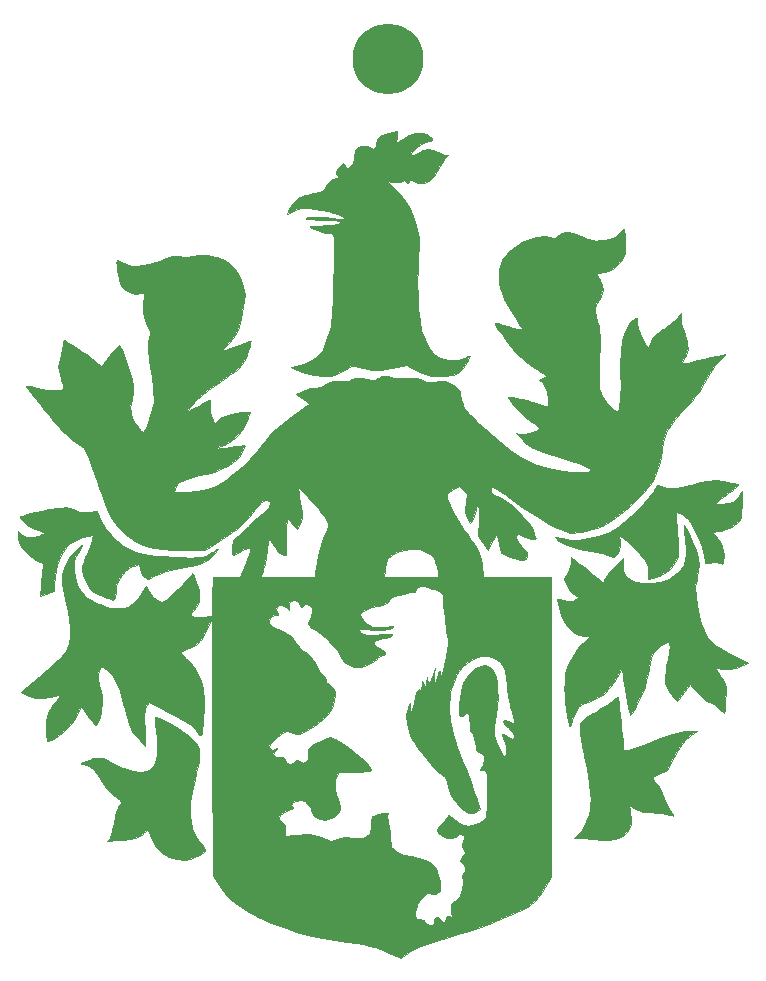
<source format=gtl>
G04 #@! TF.GenerationSoftware,KiCad,Pcbnew,(5.0.1)-3*
G04 #@! TF.CreationDate,2019-01-31T21:21:51-08:00*
G04 #@! TF.ProjectId,ruddock_crest,727564646F636B5F63726573742E6B69,A*
G04 #@! TF.SameCoordinates,Original*
G04 #@! TF.FileFunction,Copper,L1,Top,Signal*
G04 #@! TF.FilePolarity,Positive*
%FSLAX46Y46*%
G04 Gerber Fmt 4.6, Leading zero omitted, Abs format (unit mm)*
G04 Created by KiCad (PCBNEW (5.0.1)-3) date 1/31/2019 9:21:51 PM*
%MOMM*%
%LPD*%
G01*
G04 APERTURE LIST*
G04 #@! TA.AperFunction,EtchedComponent*
%ADD10C,0.010000*%
G04 #@! TD*
G04 #@! TA.AperFunction,ComponentPad*
%ADD11C,6.000000*%
G04 #@! TD*
G04 APERTURE END LIST*
D10*
G04 #@! TO.C,G\002A\002A\002A*
G36*
X143023862Y-66078795D02*
X143033209Y-66198025D01*
X143001625Y-66445014D01*
X142973275Y-66591625D01*
X142928107Y-66895603D01*
X142967201Y-67037309D01*
X143105366Y-67019927D01*
X143357407Y-66846643D01*
X143522342Y-66709747D01*
X144023466Y-66382728D01*
X144558293Y-66209788D01*
X145084760Y-66195551D01*
X145560801Y-66344643D01*
X145746083Y-66465247D01*
X145950177Y-66657380D01*
X145970223Y-66785975D01*
X145804660Y-66876873D01*
X145719800Y-66900347D01*
X145412942Y-67012178D01*
X145053162Y-67193573D01*
X144700929Y-67407802D01*
X144416710Y-67618131D01*
X144261988Y-67785907D01*
X144191858Y-68009944D01*
X144267617Y-68114677D01*
X144466333Y-68093892D01*
X144765075Y-67941376D01*
X144785798Y-67927822D01*
X145242635Y-67678744D01*
X145648643Y-67594020D01*
X146065795Y-67668987D01*
X146384910Y-67807515D01*
X146713192Y-67954458D01*
X147001208Y-68050490D01*
X147132580Y-68072000D01*
X147358315Y-68072000D01*
X147150304Y-68265791D01*
X147006048Y-68443210D01*
X146804973Y-68744992D01*
X146583727Y-69115073D01*
X146516374Y-69235630D01*
X146119772Y-69841758D01*
X145705566Y-70245991D01*
X145272609Y-70448968D01*
X144819752Y-70451325D01*
X144517177Y-70347003D01*
X144272106Y-70240980D01*
X144137004Y-70228610D01*
X144042350Y-70308293D01*
X144021813Y-70335603D01*
X143914809Y-70446339D01*
X143806987Y-70404422D01*
X143731323Y-70332580D01*
X143565491Y-70225642D01*
X143450128Y-70275631D01*
X143274126Y-70336002D01*
X142937312Y-70348859D01*
X142712802Y-70335896D01*
X142087600Y-70284038D01*
X142432274Y-70545735D01*
X143025171Y-71095117D01*
X143582032Y-71797574D01*
X144072513Y-72603062D01*
X144466269Y-73461534D01*
X144732957Y-74322947D01*
X144739138Y-74350381D01*
X144814188Y-74736214D01*
X144855440Y-75100824D01*
X144865404Y-75506026D01*
X144846590Y-76013636D01*
X144822245Y-76397234D01*
X144756453Y-77671868D01*
X144736580Y-78900857D01*
X144760898Y-80059949D01*
X144827677Y-81124891D01*
X144935189Y-82071431D01*
X145081704Y-82875316D01*
X145265493Y-83512293D01*
X145343009Y-83701726D01*
X145728547Y-84399283D01*
X146172803Y-84909823D01*
X146691772Y-85244989D01*
X147301450Y-85416424D01*
X147739032Y-85445600D01*
X148282598Y-85405451D01*
X148700675Y-85276727D01*
X148769304Y-85242202D01*
X149000190Y-85129751D01*
X149134735Y-85086076D01*
X149148800Y-85093180D01*
X149106493Y-85206894D01*
X148997707Y-85441316D01*
X148899794Y-85638943D01*
X148573456Y-86140093D01*
X148185245Y-86501338D01*
X147767931Y-86693554D01*
X147698009Y-86707088D01*
X147000112Y-86791952D01*
X146423113Y-86807154D01*
X145897701Y-86754519D01*
X145897600Y-86754502D01*
X145088813Y-86554448D01*
X144426056Y-86239835D01*
X144205178Y-86086891D01*
X143857536Y-85821732D01*
X142565656Y-86093917D01*
X142027861Y-86204919D01*
X141636252Y-86275295D01*
X141338594Y-86308233D01*
X141082651Y-86306917D01*
X140816188Y-86274535D01*
X140512287Y-86219165D01*
X140098694Y-86132139D01*
X139727691Y-86041560D01*
X139475453Y-85966124D01*
X139464476Y-85961995D01*
X139272602Y-85911576D01*
X139092504Y-85943510D01*
X138853537Y-86076982D01*
X138726753Y-86162335D01*
X138211469Y-86479158D01*
X137744919Y-86667132D01*
X137244991Y-86752877D01*
X136863464Y-86766400D01*
X135871201Y-86692556D01*
X135001857Y-86468483D01*
X134569200Y-86279623D01*
X134061200Y-86021320D01*
X134416800Y-85931791D01*
X135129531Y-85736956D01*
X135682919Y-85536007D01*
X136108710Y-85297788D01*
X136438652Y-84991141D01*
X136704490Y-84584908D01*
X136937970Y-84047931D01*
X137170840Y-83349054D01*
X137222981Y-83177658D01*
X137311048Y-82860950D01*
X137379981Y-82543833D01*
X137433999Y-82189057D01*
X137477319Y-81759375D01*
X137514159Y-81217536D01*
X137548739Y-80526293D01*
X137564442Y-80162400D01*
X137594768Y-79385138D01*
X137623496Y-78554458D01*
X137648625Y-77735353D01*
X137668153Y-76992819D01*
X137679653Y-76420191D01*
X137686743Y-75788615D01*
X137679940Y-75331822D01*
X137650700Y-75021465D01*
X137590478Y-74829199D01*
X137490730Y-74726676D01*
X137342912Y-74685550D01*
X137154390Y-74677555D01*
X136934970Y-74648753D01*
X136638920Y-74575527D01*
X136313309Y-74474673D01*
X136005207Y-74362987D01*
X135761683Y-74257266D01*
X135629806Y-74174307D01*
X135636000Y-74135730D01*
X135796247Y-74109435D01*
X136110199Y-74081360D01*
X136528436Y-74055322D01*
X136884417Y-74039290D01*
X137503341Y-73999095D01*
X137923878Y-73933036D01*
X138145030Y-73841393D01*
X138165798Y-73724448D01*
X138135454Y-73687093D01*
X138009958Y-73655637D01*
X137721722Y-73624768D01*
X137311184Y-73597692D01*
X136818789Y-73577615D01*
X136719827Y-73574869D01*
X136215660Y-73556205D01*
X135784887Y-73529482D01*
X135468241Y-73498015D01*
X135306455Y-73465117D01*
X135296704Y-73459094D01*
X135307873Y-73388737D01*
X135482559Y-73337742D01*
X135781924Y-73306931D01*
X136167134Y-73297127D01*
X136599352Y-73309150D01*
X137039742Y-73343824D01*
X137449468Y-73401971D01*
X137503876Y-73412370D01*
X137983658Y-73497297D01*
X138295979Y-73525826D01*
X138468072Y-73499725D01*
X138501130Y-73477109D01*
X138498170Y-73371444D01*
X138326704Y-73244794D01*
X138019172Y-73106360D01*
X137608015Y-72965344D01*
X137125672Y-72830946D01*
X136604583Y-72712368D01*
X136077188Y-72618810D01*
X135575927Y-72559474D01*
X135207096Y-72542808D01*
X134900677Y-72584917D01*
X134517380Y-72693577D01*
X134268489Y-72790281D01*
X133707986Y-73038162D01*
X133860587Y-72663281D01*
X134179710Y-72137858D01*
X134643986Y-71731522D01*
X135215856Y-71474443D01*
X135392406Y-71432884D01*
X135965730Y-71315015D01*
X136373257Y-71206989D01*
X136651040Y-71095278D01*
X136835132Y-70966355D01*
X136929246Y-70856221D01*
X137208180Y-70468511D01*
X137418604Y-70219276D01*
X137599693Y-70079709D01*
X139337665Y-70079709D01*
X139437533Y-70095978D01*
X139569310Y-70077299D01*
X139570883Y-70042616D01*
X139434902Y-70018362D01*
X139376150Y-70034595D01*
X139337665Y-70079709D01*
X137599693Y-70079709D01*
X137603264Y-70076957D01*
X137804907Y-70009993D01*
X138066279Y-69986825D01*
X138108831Y-69985320D01*
X138385022Y-69973638D01*
X138468301Y-69960370D01*
X138368939Y-69941438D01*
X138252200Y-69928387D01*
X138000662Y-69884319D01*
X137893331Y-69790522D01*
X137871200Y-69604702D01*
X137931862Y-69370217D01*
X138080578Y-69109373D01*
X138267443Y-68891315D01*
X138442552Y-68785191D01*
X138464098Y-68783199D01*
X138562929Y-68867817D01*
X138611838Y-68986399D01*
X138710916Y-69159556D01*
X138877570Y-69152189D01*
X139122343Y-68963389D01*
X139145818Y-68940218D01*
X139311722Y-68719892D01*
X139384270Y-68445435D01*
X139395200Y-68195928D01*
X139422052Y-67841309D01*
X139520176Y-67604649D01*
X139630348Y-67480110D01*
X139961813Y-67298662D01*
X140356834Y-67282481D01*
X140716000Y-67411600D01*
X140982402Y-67535316D01*
X141140717Y-67510683D01*
X141230949Y-67316447D01*
X141267734Y-67118500D01*
X141352964Y-66800210D01*
X141484613Y-66546980D01*
X141530087Y-66496034D01*
X141703674Y-66396869D01*
X141988938Y-66287046D01*
X142324868Y-66183607D01*
X142650451Y-66103594D01*
X142904676Y-66064048D01*
X143023862Y-66078795D01*
X143023862Y-66078795D01*
G37*
X143023862Y-66078795D02*
X143033209Y-66198025D01*
X143001625Y-66445014D01*
X142973275Y-66591625D01*
X142928107Y-66895603D01*
X142967201Y-67037309D01*
X143105366Y-67019927D01*
X143357407Y-66846643D01*
X143522342Y-66709747D01*
X144023466Y-66382728D01*
X144558293Y-66209788D01*
X145084760Y-66195551D01*
X145560801Y-66344643D01*
X145746083Y-66465247D01*
X145950177Y-66657380D01*
X145970223Y-66785975D01*
X145804660Y-66876873D01*
X145719800Y-66900347D01*
X145412942Y-67012178D01*
X145053162Y-67193573D01*
X144700929Y-67407802D01*
X144416710Y-67618131D01*
X144261988Y-67785907D01*
X144191858Y-68009944D01*
X144267617Y-68114677D01*
X144466333Y-68093892D01*
X144765075Y-67941376D01*
X144785798Y-67927822D01*
X145242635Y-67678744D01*
X145648643Y-67594020D01*
X146065795Y-67668987D01*
X146384910Y-67807515D01*
X146713192Y-67954458D01*
X147001208Y-68050490D01*
X147132580Y-68072000D01*
X147358315Y-68072000D01*
X147150304Y-68265791D01*
X147006048Y-68443210D01*
X146804973Y-68744992D01*
X146583727Y-69115073D01*
X146516374Y-69235630D01*
X146119772Y-69841758D01*
X145705566Y-70245991D01*
X145272609Y-70448968D01*
X144819752Y-70451325D01*
X144517177Y-70347003D01*
X144272106Y-70240980D01*
X144137004Y-70228610D01*
X144042350Y-70308293D01*
X144021813Y-70335603D01*
X143914809Y-70446339D01*
X143806987Y-70404422D01*
X143731323Y-70332580D01*
X143565491Y-70225642D01*
X143450128Y-70275631D01*
X143274126Y-70336002D01*
X142937312Y-70348859D01*
X142712802Y-70335896D01*
X142087600Y-70284038D01*
X142432274Y-70545735D01*
X143025171Y-71095117D01*
X143582032Y-71797574D01*
X144072513Y-72603062D01*
X144466269Y-73461534D01*
X144732957Y-74322947D01*
X144739138Y-74350381D01*
X144814188Y-74736214D01*
X144855440Y-75100824D01*
X144865404Y-75506026D01*
X144846590Y-76013636D01*
X144822245Y-76397234D01*
X144756453Y-77671868D01*
X144736580Y-78900857D01*
X144760898Y-80059949D01*
X144827677Y-81124891D01*
X144935189Y-82071431D01*
X145081704Y-82875316D01*
X145265493Y-83512293D01*
X145343009Y-83701726D01*
X145728547Y-84399283D01*
X146172803Y-84909823D01*
X146691772Y-85244989D01*
X147301450Y-85416424D01*
X147739032Y-85445600D01*
X148282598Y-85405451D01*
X148700675Y-85276727D01*
X148769304Y-85242202D01*
X149000190Y-85129751D01*
X149134735Y-85086076D01*
X149148800Y-85093180D01*
X149106493Y-85206894D01*
X148997707Y-85441316D01*
X148899794Y-85638943D01*
X148573456Y-86140093D01*
X148185245Y-86501338D01*
X147767931Y-86693554D01*
X147698009Y-86707088D01*
X147000112Y-86791952D01*
X146423113Y-86807154D01*
X145897701Y-86754519D01*
X145897600Y-86754502D01*
X145088813Y-86554448D01*
X144426056Y-86239835D01*
X144205178Y-86086891D01*
X143857536Y-85821732D01*
X142565656Y-86093917D01*
X142027861Y-86204919D01*
X141636252Y-86275295D01*
X141338594Y-86308233D01*
X141082651Y-86306917D01*
X140816188Y-86274535D01*
X140512287Y-86219165D01*
X140098694Y-86132139D01*
X139727691Y-86041560D01*
X139475453Y-85966124D01*
X139464476Y-85961995D01*
X139272602Y-85911576D01*
X139092504Y-85943510D01*
X138853537Y-86076982D01*
X138726753Y-86162335D01*
X138211469Y-86479158D01*
X137744919Y-86667132D01*
X137244991Y-86752877D01*
X136863464Y-86766400D01*
X135871201Y-86692556D01*
X135001857Y-86468483D01*
X134569200Y-86279623D01*
X134061200Y-86021320D01*
X134416800Y-85931791D01*
X135129531Y-85736956D01*
X135682919Y-85536007D01*
X136108710Y-85297788D01*
X136438652Y-84991141D01*
X136704490Y-84584908D01*
X136937970Y-84047931D01*
X137170840Y-83349054D01*
X137222981Y-83177658D01*
X137311048Y-82860950D01*
X137379981Y-82543833D01*
X137433999Y-82189057D01*
X137477319Y-81759375D01*
X137514159Y-81217536D01*
X137548739Y-80526293D01*
X137564442Y-80162400D01*
X137594768Y-79385138D01*
X137623496Y-78554458D01*
X137648625Y-77735353D01*
X137668153Y-76992819D01*
X137679653Y-76420191D01*
X137686743Y-75788615D01*
X137679940Y-75331822D01*
X137650700Y-75021465D01*
X137590478Y-74829199D01*
X137490730Y-74726676D01*
X137342912Y-74685550D01*
X137154390Y-74677555D01*
X136934970Y-74648753D01*
X136638920Y-74575527D01*
X136313309Y-74474673D01*
X136005207Y-74362987D01*
X135761683Y-74257266D01*
X135629806Y-74174307D01*
X135636000Y-74135730D01*
X135796247Y-74109435D01*
X136110199Y-74081360D01*
X136528436Y-74055322D01*
X136884417Y-74039290D01*
X137503341Y-73999095D01*
X137923878Y-73933036D01*
X138145030Y-73841393D01*
X138165798Y-73724448D01*
X138135454Y-73687093D01*
X138009958Y-73655637D01*
X137721722Y-73624768D01*
X137311184Y-73597692D01*
X136818789Y-73577615D01*
X136719827Y-73574869D01*
X136215660Y-73556205D01*
X135784887Y-73529482D01*
X135468241Y-73498015D01*
X135306455Y-73465117D01*
X135296704Y-73459094D01*
X135307873Y-73388737D01*
X135482559Y-73337742D01*
X135781924Y-73306931D01*
X136167134Y-73297127D01*
X136599352Y-73309150D01*
X137039742Y-73343824D01*
X137449468Y-73401971D01*
X137503876Y-73412370D01*
X137983658Y-73497297D01*
X138295979Y-73525826D01*
X138468072Y-73499725D01*
X138501130Y-73477109D01*
X138498170Y-73371444D01*
X138326704Y-73244794D01*
X138019172Y-73106360D01*
X137608015Y-72965344D01*
X137125672Y-72830946D01*
X136604583Y-72712368D01*
X136077188Y-72618810D01*
X135575927Y-72559474D01*
X135207096Y-72542808D01*
X134900677Y-72584917D01*
X134517380Y-72693577D01*
X134268489Y-72790281D01*
X133707986Y-73038162D01*
X133860587Y-72663281D01*
X134179710Y-72137858D01*
X134643986Y-71731522D01*
X135215856Y-71474443D01*
X135392406Y-71432884D01*
X135965730Y-71315015D01*
X136373257Y-71206989D01*
X136651040Y-71095278D01*
X136835132Y-70966355D01*
X136929246Y-70856221D01*
X137208180Y-70468511D01*
X137418604Y-70219276D01*
X137599693Y-70079709D01*
X139337665Y-70079709D01*
X139437533Y-70095978D01*
X139569310Y-70077299D01*
X139570883Y-70042616D01*
X139434902Y-70018362D01*
X139376150Y-70034595D01*
X139337665Y-70079709D01*
X137599693Y-70079709D01*
X137603264Y-70076957D01*
X137804907Y-70009993D01*
X138066279Y-69986825D01*
X138108831Y-69985320D01*
X138385022Y-69973638D01*
X138468301Y-69960370D01*
X138368939Y-69941438D01*
X138252200Y-69928387D01*
X138000662Y-69884319D01*
X137893331Y-69790522D01*
X137871200Y-69604702D01*
X137931862Y-69370217D01*
X138080578Y-69109373D01*
X138267443Y-68891315D01*
X138442552Y-68785191D01*
X138464098Y-68783199D01*
X138562929Y-68867817D01*
X138611838Y-68986399D01*
X138710916Y-69159556D01*
X138877570Y-69152189D01*
X139122343Y-68963389D01*
X139145818Y-68940218D01*
X139311722Y-68719892D01*
X139384270Y-68445435D01*
X139395200Y-68195928D01*
X139422052Y-67841309D01*
X139520176Y-67604649D01*
X139630348Y-67480110D01*
X139961813Y-67298662D01*
X140356834Y-67282481D01*
X140716000Y-67411600D01*
X140982402Y-67535316D01*
X141140717Y-67510683D01*
X141230949Y-67316447D01*
X141267734Y-67118500D01*
X141352964Y-66800210D01*
X141484613Y-66546980D01*
X141530087Y-66496034D01*
X141703674Y-66396869D01*
X141988938Y-66287046D01*
X142324868Y-66183607D01*
X142650451Y-66103594D01*
X142904676Y-66064048D01*
X143023862Y-66078795D01*
G36*
X170651732Y-95692167D02*
X171388682Y-95842645D01*
X171892184Y-95975306D01*
X171884612Y-96045090D01*
X171735030Y-96194157D01*
X171473330Y-96393437D01*
X171434984Y-96419909D01*
X171043874Y-96701809D01*
X170641721Y-97014520D01*
X170383200Y-97231638D01*
X169926000Y-97637050D01*
X170484800Y-97631590D01*
X171066129Y-97587175D01*
X171494480Y-97456065D01*
X171807543Y-97221811D01*
X171984376Y-96977200D01*
X172219629Y-96570800D01*
X172190414Y-97707399D01*
X172175347Y-98204484D01*
X172153589Y-98543835D01*
X172114724Y-98770886D01*
X172048334Y-98931071D01*
X171944004Y-99069821D01*
X171856400Y-99164270D01*
X171549427Y-99446710D01*
X171224837Y-99642342D01*
X170815351Y-99784217D01*
X170407302Y-99876164D01*
X170080886Y-99947670D01*
X169852111Y-100011705D01*
X169773600Y-100051504D01*
X169835914Y-100149398D01*
X169995221Y-100344075D01*
X170119601Y-100485154D01*
X170414027Y-100938283D01*
X170606116Y-101493170D01*
X170671843Y-102064072D01*
X170644526Y-102358677D01*
X170578225Y-102603689D01*
X170486713Y-102684335D01*
X170402403Y-102668176D01*
X169862995Y-102540401D01*
X169387029Y-102593986D01*
X169372232Y-102599021D01*
X169159705Y-102659262D01*
X169075471Y-102618827D01*
X169060635Y-102483714D01*
X168997680Y-101930659D01*
X168830734Y-101275729D01*
X168581233Y-100576921D01*
X168270616Y-99892228D01*
X167920320Y-99279646D01*
X167823341Y-99136437D01*
X167649962Y-98942415D01*
X167402279Y-98724198D01*
X167129207Y-98517333D01*
X166879664Y-98357362D01*
X166702563Y-98279833D01*
X166652965Y-98285968D01*
X166640859Y-98401687D01*
X166644052Y-98685501D01*
X166661213Y-99102983D01*
X166691012Y-99619709D01*
X166721602Y-100061813D01*
X166760087Y-100655682D01*
X166785345Y-101200222D01*
X166796212Y-101653899D01*
X166791521Y-101975179D01*
X166778692Y-102097560D01*
X166579443Y-102576217D01*
X166220655Y-103031148D01*
X165745586Y-103425811D01*
X165197493Y-103723665D01*
X164668200Y-103880388D01*
X164287200Y-103946007D01*
X164287200Y-103347047D01*
X164268263Y-102958531D01*
X164192810Y-102676255D01*
X164032872Y-102405275D01*
X163994042Y-102351843D01*
X163786372Y-102100695D01*
X163498416Y-101791450D01*
X163160772Y-101452452D01*
X162804033Y-101112041D01*
X162458795Y-100798560D01*
X162155654Y-100540350D01*
X161925206Y-100365752D01*
X161798044Y-100303108D01*
X161786872Y-100307260D01*
X161789544Y-100420068D01*
X161849465Y-100642936D01*
X161861584Y-100678601D01*
X161912759Y-101090054D01*
X161822550Y-101522442D01*
X161613225Y-101885452D01*
X161547503Y-101952429D01*
X161425373Y-102048616D01*
X161301456Y-102079716D01*
X161115579Y-102043139D01*
X160807572Y-101936297D01*
X160759226Y-101918513D01*
X160343664Y-101791544D01*
X159841514Y-101674714D01*
X159410400Y-101600680D01*
X158422433Y-101434384D01*
X157626902Y-101223723D01*
X157017465Y-100966486D01*
X156587779Y-100660461D01*
X156524453Y-100594981D01*
X156415236Y-100463521D01*
X156405875Y-100400654D01*
X156522290Y-100403991D01*
X156790402Y-100471147D01*
X157052906Y-100546323D01*
X157668390Y-100646825D01*
X158403166Y-100639699D01*
X159209359Y-100532834D01*
X160039092Y-100334124D01*
X160844491Y-100051459D01*
X161290000Y-99847937D01*
X161731113Y-99576325D01*
X162253003Y-99176769D01*
X162817532Y-98686096D01*
X163386565Y-98141136D01*
X163921966Y-97578717D01*
X164385600Y-97035668D01*
X164739330Y-96548817D01*
X164789169Y-96468697D01*
X164937170Y-96223454D01*
X165033464Y-96064718D01*
X165050994Y-96036315D01*
X165147361Y-96050912D01*
X165371400Y-96118291D01*
X165503325Y-96163315D01*
X165987014Y-96282728D01*
X166509843Y-96301494D01*
X167114780Y-96216815D01*
X167844797Y-96025895D01*
X167906904Y-96006871D01*
X168687273Y-95789716D01*
X169363331Y-95665209D01*
X169997383Y-95632857D01*
X170651732Y-95692167D01*
X170651732Y-95692167D01*
G37*
X170651732Y-95692167D02*
X171388682Y-95842645D01*
X171892184Y-95975306D01*
X171884612Y-96045090D01*
X171735030Y-96194157D01*
X171473330Y-96393437D01*
X171434984Y-96419909D01*
X171043874Y-96701809D01*
X170641721Y-97014520D01*
X170383200Y-97231638D01*
X169926000Y-97637050D01*
X170484800Y-97631590D01*
X171066129Y-97587175D01*
X171494480Y-97456065D01*
X171807543Y-97221811D01*
X171984376Y-96977200D01*
X172219629Y-96570800D01*
X172190414Y-97707399D01*
X172175347Y-98204484D01*
X172153589Y-98543835D01*
X172114724Y-98770886D01*
X172048334Y-98931071D01*
X171944004Y-99069821D01*
X171856400Y-99164270D01*
X171549427Y-99446710D01*
X171224837Y-99642342D01*
X170815351Y-99784217D01*
X170407302Y-99876164D01*
X170080886Y-99947670D01*
X169852111Y-100011705D01*
X169773600Y-100051504D01*
X169835914Y-100149398D01*
X169995221Y-100344075D01*
X170119601Y-100485154D01*
X170414027Y-100938283D01*
X170606116Y-101493170D01*
X170671843Y-102064072D01*
X170644526Y-102358677D01*
X170578225Y-102603689D01*
X170486713Y-102684335D01*
X170402403Y-102668176D01*
X169862995Y-102540401D01*
X169387029Y-102593986D01*
X169372232Y-102599021D01*
X169159705Y-102659262D01*
X169075471Y-102618827D01*
X169060635Y-102483714D01*
X168997680Y-101930659D01*
X168830734Y-101275729D01*
X168581233Y-100576921D01*
X168270616Y-99892228D01*
X167920320Y-99279646D01*
X167823341Y-99136437D01*
X167649962Y-98942415D01*
X167402279Y-98724198D01*
X167129207Y-98517333D01*
X166879664Y-98357362D01*
X166702563Y-98279833D01*
X166652965Y-98285968D01*
X166640859Y-98401687D01*
X166644052Y-98685501D01*
X166661213Y-99102983D01*
X166691012Y-99619709D01*
X166721602Y-100061813D01*
X166760087Y-100655682D01*
X166785345Y-101200222D01*
X166796212Y-101653899D01*
X166791521Y-101975179D01*
X166778692Y-102097560D01*
X166579443Y-102576217D01*
X166220655Y-103031148D01*
X165745586Y-103425811D01*
X165197493Y-103723665D01*
X164668200Y-103880388D01*
X164287200Y-103946007D01*
X164287200Y-103347047D01*
X164268263Y-102958531D01*
X164192810Y-102676255D01*
X164032872Y-102405275D01*
X163994042Y-102351843D01*
X163786372Y-102100695D01*
X163498416Y-101791450D01*
X163160772Y-101452452D01*
X162804033Y-101112041D01*
X162458795Y-100798560D01*
X162155654Y-100540350D01*
X161925206Y-100365752D01*
X161798044Y-100303108D01*
X161786872Y-100307260D01*
X161789544Y-100420068D01*
X161849465Y-100642936D01*
X161861584Y-100678601D01*
X161912759Y-101090054D01*
X161822550Y-101522442D01*
X161613225Y-101885452D01*
X161547503Y-101952429D01*
X161425373Y-102048616D01*
X161301456Y-102079716D01*
X161115579Y-102043139D01*
X160807572Y-101936297D01*
X160759226Y-101918513D01*
X160343664Y-101791544D01*
X159841514Y-101674714D01*
X159410400Y-101600680D01*
X158422433Y-101434384D01*
X157626902Y-101223723D01*
X157017465Y-100966486D01*
X156587779Y-100660461D01*
X156524453Y-100594981D01*
X156415236Y-100463521D01*
X156405875Y-100400654D01*
X156522290Y-100403991D01*
X156790402Y-100471147D01*
X157052906Y-100546323D01*
X157668390Y-100646825D01*
X158403166Y-100639699D01*
X159209359Y-100532834D01*
X160039092Y-100334124D01*
X160844491Y-100051459D01*
X161290000Y-99847937D01*
X161731113Y-99576325D01*
X162253003Y-99176769D01*
X162817532Y-98686096D01*
X163386565Y-98141136D01*
X163921966Y-97578717D01*
X164385600Y-97035668D01*
X164739330Y-96548817D01*
X164789169Y-96468697D01*
X164937170Y-96223454D01*
X165033464Y-96064718D01*
X165050994Y-96036315D01*
X165147361Y-96050912D01*
X165371400Y-96118291D01*
X165503325Y-96163315D01*
X165987014Y-96282728D01*
X166509843Y-96301494D01*
X167114780Y-96216815D01*
X167844797Y-96025895D01*
X167906904Y-96006871D01*
X168687273Y-95789716D01*
X169363331Y-95665209D01*
X169997383Y-95632857D01*
X170651732Y-95692167D01*
G36*
X115274910Y-97948425D02*
X115582228Y-98044655D01*
X115904989Y-98196260D01*
X116153385Y-98292653D01*
X116442381Y-98327254D01*
X116845109Y-98307548D01*
X116920989Y-98300257D01*
X117602000Y-98232054D01*
X117884202Y-98874627D01*
X118381906Y-99779066D01*
X119019252Y-100537674D01*
X119803523Y-101157809D01*
X120539033Y-101557980D01*
X120854142Y-101689869D01*
X121181195Y-101796058D01*
X121552363Y-101881641D01*
X121999817Y-101951713D01*
X122555730Y-102011367D01*
X123252273Y-102065698D01*
X124067128Y-102116650D01*
X124892215Y-102158211D01*
X125547056Y-102173319D01*
X126063369Y-102157933D01*
X126472868Y-102108010D01*
X126807269Y-102019508D01*
X127098288Y-101888385D01*
X127377640Y-101710597D01*
X127404523Y-101691279D01*
X127636836Y-101532972D01*
X127784720Y-101451375D01*
X127812800Y-101451315D01*
X127748562Y-101548160D01*
X127580230Y-101748175D01*
X127346510Y-102005606D01*
X127075756Y-102268124D01*
X126794039Y-102470442D01*
X126459462Y-102630291D01*
X126030127Y-102765402D01*
X125464137Y-102893506D01*
X125069600Y-102969214D01*
X124195951Y-103149458D01*
X123438955Y-103344328D01*
X122825137Y-103545913D01*
X122381024Y-103746300D01*
X122299217Y-103795544D01*
X122026456Y-103947691D01*
X121836577Y-103978700D01*
X121716069Y-103936409D01*
X121486912Y-103722916D01*
X121303443Y-103394486D01*
X121211982Y-103039383D01*
X121208800Y-102969798D01*
X121183726Y-102782647D01*
X121072597Y-102749726D01*
X120980200Y-102772854D01*
X120417793Y-103004329D01*
X119985997Y-103336748D01*
X119751917Y-103618063D01*
X119498023Y-103988171D01*
X119341886Y-104284902D01*
X119251742Y-104591453D01*
X119195829Y-104991020D01*
X119184529Y-105104227D01*
X119128752Y-105486027D01*
X119048309Y-105688999D01*
X118973600Y-105737277D01*
X118811840Y-105711068D01*
X118522036Y-105619532D01*
X118161255Y-105481152D01*
X118087668Y-105450357D01*
X117610171Y-105213601D01*
X117225159Y-104956753D01*
X117056683Y-104800234D01*
X116835390Y-104480442D01*
X116622189Y-104060714D01*
X116448686Y-103616578D01*
X116346486Y-103223564D01*
X116332000Y-103068452D01*
X116370979Y-102870196D01*
X116475867Y-102540384D01*
X116628591Y-102132491D01*
X116738265Y-101866436D01*
X116919655Y-101424689D01*
X117074166Y-101016854D01*
X117180067Y-100701858D01*
X117210458Y-100585908D01*
X117276385Y-100256273D01*
X116829592Y-100325990D01*
X116322761Y-100457217D01*
X115807261Y-100677361D01*
X115355585Y-100950038D01*
X115060483Y-101213930D01*
X114594799Y-101918654D01*
X114252352Y-102773277D01*
X114038318Y-103762312D01*
X113970187Y-104475994D01*
X113944400Y-104964388D01*
X112773036Y-105439320D01*
X112832382Y-104611860D01*
X112873695Y-104143185D01*
X112927045Y-103682111D01*
X112981513Y-103321940D01*
X112986264Y-103296799D01*
X113051152Y-102945689D01*
X113062745Y-102741173D01*
X113003645Y-102629841D01*
X112856452Y-102558282D01*
X112732136Y-102516689D01*
X112256177Y-102276997D01*
X111750206Y-101872939D01*
X111306503Y-101401232D01*
X111085958Y-101105868D01*
X110978897Y-100848113D01*
X110947674Y-100529745D01*
X110947200Y-100463755D01*
X110947200Y-99956336D01*
X111259795Y-100219368D01*
X111658817Y-100435091D01*
X112127574Y-100465684D01*
X112672987Y-100311360D01*
X112776000Y-100265743D01*
X113233200Y-100053549D01*
X112719990Y-99874625D01*
X112355158Y-99737137D01*
X112016188Y-99592868D01*
X111893892Y-99533899D01*
X111682434Y-99391806D01*
X111450626Y-99189402D01*
X111243375Y-98973452D01*
X111105584Y-98790722D01*
X111081894Y-98688239D01*
X111221644Y-98624151D01*
X111518522Y-98532611D01*
X111929956Y-98423717D01*
X112413373Y-98307566D01*
X112926200Y-98194256D01*
X113425866Y-98093886D01*
X113869798Y-98016552D01*
X113986917Y-97999189D01*
X114536275Y-97931756D01*
X114945932Y-97912813D01*
X115274910Y-97948425D01*
X115274910Y-97948425D01*
G37*
X115274910Y-97948425D02*
X115582228Y-98044655D01*
X115904989Y-98196260D01*
X116153385Y-98292653D01*
X116442381Y-98327254D01*
X116845109Y-98307548D01*
X116920989Y-98300257D01*
X117602000Y-98232054D01*
X117884202Y-98874627D01*
X118381906Y-99779066D01*
X119019252Y-100537674D01*
X119803523Y-101157809D01*
X120539033Y-101557980D01*
X120854142Y-101689869D01*
X121181195Y-101796058D01*
X121552363Y-101881641D01*
X121999817Y-101951713D01*
X122555730Y-102011367D01*
X123252273Y-102065698D01*
X124067128Y-102116650D01*
X124892215Y-102158211D01*
X125547056Y-102173319D01*
X126063369Y-102157933D01*
X126472868Y-102108010D01*
X126807269Y-102019508D01*
X127098288Y-101888385D01*
X127377640Y-101710597D01*
X127404523Y-101691279D01*
X127636836Y-101532972D01*
X127784720Y-101451375D01*
X127812800Y-101451315D01*
X127748562Y-101548160D01*
X127580230Y-101748175D01*
X127346510Y-102005606D01*
X127075756Y-102268124D01*
X126794039Y-102470442D01*
X126459462Y-102630291D01*
X126030127Y-102765402D01*
X125464137Y-102893506D01*
X125069600Y-102969214D01*
X124195951Y-103149458D01*
X123438955Y-103344328D01*
X122825137Y-103545913D01*
X122381024Y-103746300D01*
X122299217Y-103795544D01*
X122026456Y-103947691D01*
X121836577Y-103978700D01*
X121716069Y-103936409D01*
X121486912Y-103722916D01*
X121303443Y-103394486D01*
X121211982Y-103039383D01*
X121208800Y-102969798D01*
X121183726Y-102782647D01*
X121072597Y-102749726D01*
X120980200Y-102772854D01*
X120417793Y-103004329D01*
X119985997Y-103336748D01*
X119751917Y-103618063D01*
X119498023Y-103988171D01*
X119341886Y-104284902D01*
X119251742Y-104591453D01*
X119195829Y-104991020D01*
X119184529Y-105104227D01*
X119128752Y-105486027D01*
X119048309Y-105688999D01*
X118973600Y-105737277D01*
X118811840Y-105711068D01*
X118522036Y-105619532D01*
X118161255Y-105481152D01*
X118087668Y-105450357D01*
X117610171Y-105213601D01*
X117225159Y-104956753D01*
X117056683Y-104800234D01*
X116835390Y-104480442D01*
X116622189Y-104060714D01*
X116448686Y-103616578D01*
X116346486Y-103223564D01*
X116332000Y-103068452D01*
X116370979Y-102870196D01*
X116475867Y-102540384D01*
X116628591Y-102132491D01*
X116738265Y-101866436D01*
X116919655Y-101424689D01*
X117074166Y-101016854D01*
X117180067Y-100701858D01*
X117210458Y-100585908D01*
X117276385Y-100256273D01*
X116829592Y-100325990D01*
X116322761Y-100457217D01*
X115807261Y-100677361D01*
X115355585Y-100950038D01*
X115060483Y-101213930D01*
X114594799Y-101918654D01*
X114252352Y-102773277D01*
X114038318Y-103762312D01*
X113970187Y-104475994D01*
X113944400Y-104964388D01*
X112773036Y-105439320D01*
X112832382Y-104611860D01*
X112873695Y-104143185D01*
X112927045Y-103682111D01*
X112981513Y-103321940D01*
X112986264Y-103296799D01*
X113051152Y-102945689D01*
X113062745Y-102741173D01*
X113003645Y-102629841D01*
X112856452Y-102558282D01*
X112732136Y-102516689D01*
X112256177Y-102276997D01*
X111750206Y-101872939D01*
X111306503Y-101401232D01*
X111085958Y-101105868D01*
X110978897Y-100848113D01*
X110947674Y-100529745D01*
X110947200Y-100463755D01*
X110947200Y-99956336D01*
X111259795Y-100219368D01*
X111658817Y-100435091D01*
X112127574Y-100465684D01*
X112672987Y-100311360D01*
X112776000Y-100265743D01*
X113233200Y-100053549D01*
X112719990Y-99874625D01*
X112355158Y-99737137D01*
X112016188Y-99592868D01*
X111893892Y-99533899D01*
X111682434Y-99391806D01*
X111450626Y-99189402D01*
X111243375Y-98973452D01*
X111105584Y-98790722D01*
X111081894Y-98688239D01*
X111221644Y-98624151D01*
X111518522Y-98532611D01*
X111929956Y-98423717D01*
X112413373Y-98307566D01*
X112926200Y-98194256D01*
X113425866Y-98093886D01*
X113869798Y-98016552D01*
X113986917Y-97999189D01*
X114536275Y-97931756D01*
X114945932Y-97912813D01*
X115274910Y-97948425D01*
G36*
X167344545Y-99444637D02*
X167462288Y-99650360D01*
X167621449Y-99964299D01*
X167803660Y-100346780D01*
X167990551Y-100758125D01*
X168163754Y-101158658D01*
X168304901Y-101508705D01*
X168395623Y-101768588D01*
X168405304Y-101803200D01*
X168507120Y-102277133D01*
X168543978Y-102722399D01*
X168515150Y-103206259D01*
X168419913Y-103795973D01*
X168381750Y-103986778D01*
X168313137Y-104334513D01*
X168272956Y-104612455D01*
X168262612Y-104873066D01*
X168283510Y-105168808D01*
X168337056Y-105552144D01*
X168424654Y-106075536D01*
X168440102Y-106165212D01*
X168610316Y-107058922D01*
X168783973Y-107773082D01*
X168968411Y-108331304D01*
X169170971Y-108757201D01*
X169311550Y-108968672D01*
X169569543Y-109241870D01*
X169956204Y-109546446D01*
X170488506Y-109893826D01*
X171183420Y-110295437D01*
X171687739Y-110568386D01*
X172732821Y-111123206D01*
X172345410Y-111277175D01*
X171682089Y-111494885D01*
X171077507Y-111604537D01*
X170575479Y-111599395D01*
X170437101Y-111570621D01*
X170176482Y-111512660D01*
X170010590Y-111501814D01*
X169989729Y-111510003D01*
X170010959Y-111614910D01*
X170125878Y-111811962D01*
X170161817Y-111862849D01*
X170383808Y-112167352D01*
X170609460Y-112477042D01*
X170611800Y-112480253D01*
X170725151Y-112662652D01*
X170792598Y-112863856D01*
X170824326Y-113140269D01*
X170830522Y-113548295D01*
X170829193Y-113684068D01*
X170815709Y-114143050D01*
X170789851Y-114571692D01*
X170756554Y-114893914D01*
X170746858Y-114953178D01*
X170675729Y-115332328D01*
X170178217Y-114866964D01*
X169825496Y-114577086D01*
X169538790Y-114422014D01*
X169430606Y-114401600D01*
X169173114Y-114315745D01*
X168892980Y-114083415D01*
X168882003Y-114071400D01*
X168636121Y-113799379D01*
X168340932Y-113472765D01*
X168186000Y-113301324D01*
X167788502Y-112861449D01*
X167294336Y-113584686D01*
X167059590Y-113906586D01*
X166856830Y-114145501D01*
X166718475Y-114264723D01*
X166688519Y-114270706D01*
X166580559Y-114173681D01*
X166398022Y-113951612D01*
X166177513Y-113649537D01*
X166143234Y-113599830D01*
X165917981Y-113256628D01*
X165788278Y-112997677D01*
X165728277Y-112744276D01*
X165712126Y-112417727D01*
X165711991Y-112286885D01*
X165742424Y-111825454D01*
X165819446Y-111293615D01*
X165915191Y-110852471D01*
X166063412Y-110190985D01*
X166109784Y-109703422D01*
X166054449Y-109387956D01*
X166032385Y-109347222D01*
X165905858Y-109316917D01*
X165678949Y-109401953D01*
X165395291Y-109574315D01*
X165098513Y-109805987D01*
X164832248Y-110068956D01*
X164747312Y-110172350D01*
X164600886Y-110402361D01*
X164491343Y-110681204D01*
X164402140Y-111062231D01*
X164326640Y-111529236D01*
X164238719Y-112044447D01*
X164127173Y-112564573D01*
X164011322Y-113002893D01*
X163969617Y-113131600D01*
X163841927Y-113452482D01*
X163662014Y-113850255D01*
X163452363Y-114281321D01*
X163235459Y-114702085D01*
X163033787Y-115068950D01*
X162869833Y-115338320D01*
X162766081Y-115466598D01*
X162764949Y-115467318D01*
X162709751Y-115401451D01*
X162641498Y-115179345D01*
X162573531Y-114846237D01*
X162563134Y-114782892D01*
X162496477Y-114368044D01*
X162409159Y-113831891D01*
X162314103Y-113253530D01*
X162249105Y-112861240D01*
X162171714Y-112390464D01*
X162108140Y-111993122D01*
X162065119Y-111712049D01*
X162049403Y-111591240D01*
X162008460Y-111631245D01*
X161903041Y-111816301D01*
X161755103Y-112107559D01*
X161739932Y-112138730D01*
X161408169Y-112699612D01*
X160987339Y-113227814D01*
X160520426Y-113679720D01*
X160050413Y-114011713D01*
X159766000Y-114141736D01*
X159152583Y-114369508D01*
X158700916Y-114597427D01*
X158372574Y-114860578D01*
X158129130Y-115194041D01*
X157932160Y-115632897D01*
X157839942Y-115900200D01*
X157729464Y-116228298D01*
X157658253Y-116388307D01*
X157606881Y-116406674D01*
X157555917Y-116309845D01*
X157550064Y-116294765D01*
X157466564Y-115986001D01*
X157385211Y-115525260D01*
X157311399Y-114963738D01*
X157250520Y-114352631D01*
X157207968Y-113743137D01*
X157189136Y-113186452D01*
X157191664Y-112892617D01*
X157210917Y-112395726D01*
X157242857Y-112034200D01*
X157303812Y-111740238D01*
X157410110Y-111446036D01*
X157578081Y-111083794D01*
X157674415Y-110888043D01*
X158046379Y-110221558D01*
X158450629Y-109681082D01*
X158718404Y-109397800D01*
X159313977Y-108813600D01*
X158891580Y-108813600D01*
X158365374Y-108715964D01*
X157871636Y-108437935D01*
X157428749Y-108001832D01*
X157055091Y-107429973D01*
X156769043Y-106744676D01*
X156598394Y-106029089D01*
X156565899Y-105777215D01*
X156596359Y-105678015D01*
X156715707Y-105684364D01*
X156778670Y-105701491D01*
X157399480Y-105830172D01*
X157873466Y-105822389D01*
X158189090Y-105686138D01*
X158440312Y-105482710D01*
X158074337Y-105329796D01*
X157827402Y-105186475D01*
X157626164Y-104958428D01*
X157423260Y-104594156D01*
X157138159Y-104011430D01*
X157476061Y-103385298D01*
X157678913Y-102963199D01*
X157767300Y-102645901D01*
X157766178Y-102433582D01*
X157742678Y-102211784D01*
X157749621Y-102108888D01*
X157751975Y-102108000D01*
X157837432Y-102169373D01*
X158052512Y-102339190D01*
X158370581Y-102595994D01*
X158765003Y-102918330D01*
X159076297Y-103174800D01*
X159511536Y-103531211D01*
X159892703Y-103837076D01*
X160192289Y-104070819D01*
X160382787Y-104210867D01*
X160436504Y-104241600D01*
X160510648Y-104155972D01*
X160567464Y-103996591D01*
X160662627Y-103824374D01*
X160870807Y-103553538D01*
X161158106Y-103225838D01*
X161391278Y-102981804D01*
X162153600Y-102212026D01*
X162153600Y-102881250D01*
X162161948Y-103253778D01*
X162202001Y-103492322D01*
X162296271Y-103665889D01*
X162467269Y-103843485D01*
X162467606Y-103843800D01*
X162799950Y-104084216D01*
X163209802Y-104239864D01*
X163733354Y-104318903D01*
X164406794Y-104329495D01*
X164592000Y-104322878D01*
X165194957Y-104277517D01*
X165657386Y-104185589D01*
X166040711Y-104023036D01*
X166406352Y-103765800D01*
X166708348Y-103493951D01*
X167039228Y-103142296D01*
X167272626Y-102793344D01*
X167417593Y-102408294D01*
X167483177Y-101948344D01*
X167478427Y-101374695D01*
X167412393Y-100648544D01*
X167398856Y-100533200D01*
X167346960Y-100082056D01*
X167308474Y-99712698D01*
X167287505Y-99467072D01*
X167286590Y-99386806D01*
X167344545Y-99444637D01*
X167344545Y-99444637D01*
G37*
X167344545Y-99444637D02*
X167462288Y-99650360D01*
X167621449Y-99964299D01*
X167803660Y-100346780D01*
X167990551Y-100758125D01*
X168163754Y-101158658D01*
X168304901Y-101508705D01*
X168395623Y-101768588D01*
X168405304Y-101803200D01*
X168507120Y-102277133D01*
X168543978Y-102722399D01*
X168515150Y-103206259D01*
X168419913Y-103795973D01*
X168381750Y-103986778D01*
X168313137Y-104334513D01*
X168272956Y-104612455D01*
X168262612Y-104873066D01*
X168283510Y-105168808D01*
X168337056Y-105552144D01*
X168424654Y-106075536D01*
X168440102Y-106165212D01*
X168610316Y-107058922D01*
X168783973Y-107773082D01*
X168968411Y-108331304D01*
X169170971Y-108757201D01*
X169311550Y-108968672D01*
X169569543Y-109241870D01*
X169956204Y-109546446D01*
X170488506Y-109893826D01*
X171183420Y-110295437D01*
X171687739Y-110568386D01*
X172732821Y-111123206D01*
X172345410Y-111277175D01*
X171682089Y-111494885D01*
X171077507Y-111604537D01*
X170575479Y-111599395D01*
X170437101Y-111570621D01*
X170176482Y-111512660D01*
X170010590Y-111501814D01*
X169989729Y-111510003D01*
X170010959Y-111614910D01*
X170125878Y-111811962D01*
X170161817Y-111862849D01*
X170383808Y-112167352D01*
X170609460Y-112477042D01*
X170611800Y-112480253D01*
X170725151Y-112662652D01*
X170792598Y-112863856D01*
X170824326Y-113140269D01*
X170830522Y-113548295D01*
X170829193Y-113684068D01*
X170815709Y-114143050D01*
X170789851Y-114571692D01*
X170756554Y-114893914D01*
X170746858Y-114953178D01*
X170675729Y-115332328D01*
X170178217Y-114866964D01*
X169825496Y-114577086D01*
X169538790Y-114422014D01*
X169430606Y-114401600D01*
X169173114Y-114315745D01*
X168892980Y-114083415D01*
X168882003Y-114071400D01*
X168636121Y-113799379D01*
X168340932Y-113472765D01*
X168186000Y-113301324D01*
X167788502Y-112861449D01*
X167294336Y-113584686D01*
X167059590Y-113906586D01*
X166856830Y-114145501D01*
X166718475Y-114264723D01*
X166688519Y-114270706D01*
X166580559Y-114173681D01*
X166398022Y-113951612D01*
X166177513Y-113649537D01*
X166143234Y-113599830D01*
X165917981Y-113256628D01*
X165788278Y-112997677D01*
X165728277Y-112744276D01*
X165712126Y-112417727D01*
X165711991Y-112286885D01*
X165742424Y-111825454D01*
X165819446Y-111293615D01*
X165915191Y-110852471D01*
X166063412Y-110190985D01*
X166109784Y-109703422D01*
X166054449Y-109387956D01*
X166032385Y-109347222D01*
X165905858Y-109316917D01*
X165678949Y-109401953D01*
X165395291Y-109574315D01*
X165098513Y-109805987D01*
X164832248Y-110068956D01*
X164747312Y-110172350D01*
X164600886Y-110402361D01*
X164491343Y-110681204D01*
X164402140Y-111062231D01*
X164326640Y-111529236D01*
X164238719Y-112044447D01*
X164127173Y-112564573D01*
X164011322Y-113002893D01*
X163969617Y-113131600D01*
X163841927Y-113452482D01*
X163662014Y-113850255D01*
X163452363Y-114281321D01*
X163235459Y-114702085D01*
X163033787Y-115068950D01*
X162869833Y-115338320D01*
X162766081Y-115466598D01*
X162764949Y-115467318D01*
X162709751Y-115401451D01*
X162641498Y-115179345D01*
X162573531Y-114846237D01*
X162563134Y-114782892D01*
X162496477Y-114368044D01*
X162409159Y-113831891D01*
X162314103Y-113253530D01*
X162249105Y-112861240D01*
X162171714Y-112390464D01*
X162108140Y-111993122D01*
X162065119Y-111712049D01*
X162049403Y-111591240D01*
X162008460Y-111631245D01*
X161903041Y-111816301D01*
X161755103Y-112107559D01*
X161739932Y-112138730D01*
X161408169Y-112699612D01*
X160987339Y-113227814D01*
X160520426Y-113679720D01*
X160050413Y-114011713D01*
X159766000Y-114141736D01*
X159152583Y-114369508D01*
X158700916Y-114597427D01*
X158372574Y-114860578D01*
X158129130Y-115194041D01*
X157932160Y-115632897D01*
X157839942Y-115900200D01*
X157729464Y-116228298D01*
X157658253Y-116388307D01*
X157606881Y-116406674D01*
X157555917Y-116309845D01*
X157550064Y-116294765D01*
X157466564Y-115986001D01*
X157385211Y-115525260D01*
X157311399Y-114963738D01*
X157250520Y-114352631D01*
X157207968Y-113743137D01*
X157189136Y-113186452D01*
X157191664Y-112892617D01*
X157210917Y-112395726D01*
X157242857Y-112034200D01*
X157303812Y-111740238D01*
X157410110Y-111446036D01*
X157578081Y-111083794D01*
X157674415Y-110888043D01*
X158046379Y-110221558D01*
X158450629Y-109681082D01*
X158718404Y-109397800D01*
X159313977Y-108813600D01*
X158891580Y-108813600D01*
X158365374Y-108715964D01*
X157871636Y-108437935D01*
X157428749Y-108001832D01*
X157055091Y-107429973D01*
X156769043Y-106744676D01*
X156598394Y-106029089D01*
X156565899Y-105777215D01*
X156596359Y-105678015D01*
X156715707Y-105684364D01*
X156778670Y-105701491D01*
X157399480Y-105830172D01*
X157873466Y-105822389D01*
X158189090Y-105686138D01*
X158440312Y-105482710D01*
X158074337Y-105329796D01*
X157827402Y-105186475D01*
X157626164Y-104958428D01*
X157423260Y-104594156D01*
X157138159Y-104011430D01*
X157476061Y-103385298D01*
X157678913Y-102963199D01*
X157767300Y-102645901D01*
X157766178Y-102433582D01*
X157742678Y-102211784D01*
X157749621Y-102108888D01*
X157751975Y-102108000D01*
X157837432Y-102169373D01*
X158052512Y-102339190D01*
X158370581Y-102595994D01*
X158765003Y-102918330D01*
X159076297Y-103174800D01*
X159511536Y-103531211D01*
X159892703Y-103837076D01*
X160192289Y-104070819D01*
X160382787Y-104210867D01*
X160436504Y-104241600D01*
X160510648Y-104155972D01*
X160567464Y-103996591D01*
X160662627Y-103824374D01*
X160870807Y-103553538D01*
X161158106Y-103225838D01*
X161391278Y-102981804D01*
X162153600Y-102212026D01*
X162153600Y-102881250D01*
X162161948Y-103253778D01*
X162202001Y-103492322D01*
X162296271Y-103665889D01*
X162467269Y-103843485D01*
X162467606Y-103843800D01*
X162799950Y-104084216D01*
X163209802Y-104239864D01*
X163733354Y-104318903D01*
X164406794Y-104329495D01*
X164592000Y-104322878D01*
X165194957Y-104277517D01*
X165657386Y-104185589D01*
X166040711Y-104023036D01*
X166406352Y-103765800D01*
X166708348Y-103493951D01*
X167039228Y-103142296D01*
X167272626Y-102793344D01*
X167417593Y-102408294D01*
X167483177Y-101948344D01*
X167478427Y-101374695D01*
X167412393Y-100648544D01*
X167398856Y-100533200D01*
X167346960Y-100082056D01*
X167308474Y-99712698D01*
X167287505Y-99467072D01*
X167286590Y-99386806D01*
X167344545Y-99444637D01*
G36*
X161747273Y-113987215D02*
X161757168Y-114177420D01*
X161784330Y-114517515D01*
X161825117Y-114971892D01*
X161875885Y-115504941D01*
X161932992Y-116081053D01*
X161992796Y-116664619D01*
X162051653Y-117220029D01*
X162105920Y-117711675D01*
X162151955Y-118103947D01*
X162186115Y-118361236D01*
X162203594Y-118447860D01*
X162352839Y-118470567D01*
X162650548Y-118420455D01*
X163060116Y-118308610D01*
X163544940Y-118146118D01*
X164068414Y-117944063D01*
X164529626Y-117743416D01*
X165266532Y-117438134D01*
X166025381Y-117184574D01*
X166757731Y-116995119D01*
X167415143Y-116882151D01*
X167949177Y-116858052D01*
X167984410Y-116860282D01*
X168400755Y-116890800D01*
X167876626Y-117226041D01*
X167378368Y-117648504D01*
X166895737Y-118265482D01*
X166434871Y-119068511D01*
X166235373Y-119490205D01*
X166071903Y-119840558D01*
X165932209Y-120059271D01*
X165759763Y-120201366D01*
X165498036Y-120321860D01*
X165305711Y-120395060D01*
X164974607Y-120536444D01*
X164726594Y-120675081D01*
X164619766Y-120774988D01*
X164656628Y-120926187D01*
X164819116Y-121162744D01*
X164989549Y-121352181D01*
X165280060Y-121700433D01*
X165486908Y-122093593D01*
X165621739Y-122487648D01*
X165774152Y-122909224D01*
X165965920Y-123311180D01*
X166135028Y-123577734D01*
X166304565Y-123809370D01*
X166396087Y-123968442D01*
X166400874Y-124005792D01*
X166289034Y-124003820D01*
X166042220Y-123956680D01*
X165806475Y-123898663D01*
X165407304Y-123821666D01*
X164918960Y-123767866D01*
X164502767Y-123750005D01*
X164072254Y-123737159D01*
X163755793Y-123685836D01*
X163464931Y-123574362D01*
X163195327Y-123429655D01*
X162637520Y-123110510D01*
X162696461Y-123505855D01*
X162755272Y-123882573D01*
X162816937Y-124253210D01*
X162819650Y-124268779D01*
X162800572Y-124710844D01*
X162611354Y-125177637D01*
X162370187Y-125511801D01*
X161982419Y-125809058D01*
X161450650Y-126004004D01*
X160810488Y-126089363D01*
X160097541Y-126057856D01*
X159867600Y-126023272D01*
X159396690Y-125955405D01*
X158901840Y-125906886D01*
X158568664Y-125890426D01*
X157980929Y-125882400D01*
X158346050Y-125561819D01*
X158683128Y-125199366D01*
X158951572Y-124747344D01*
X159178549Y-124156636D01*
X159245118Y-123936363D01*
X159338875Y-123536485D01*
X159391693Y-123108391D01*
X159401785Y-122624613D01*
X159367366Y-122057683D01*
X159286648Y-121380131D01*
X159157846Y-120564490D01*
X158979173Y-119583291D01*
X158953200Y-119447401D01*
X158823352Y-118755619D01*
X158707835Y-118110743D01*
X158612173Y-117546042D01*
X158541889Y-117094780D01*
X158502506Y-116790225D01*
X158496000Y-116693815D01*
X158523455Y-116354665D01*
X158623918Y-116076452D01*
X158824539Y-115828887D01*
X159152464Y-115581679D01*
X159634841Y-115304538D01*
X159834562Y-115200314D01*
X160305319Y-114940607D01*
X160756586Y-114660504D01*
X161127477Y-114399367D01*
X161307351Y-114248280D01*
X161572354Y-114016777D01*
X161717851Y-113944006D01*
X161747273Y-113987215D01*
X161747273Y-113987215D01*
G37*
X161747273Y-113987215D02*
X161757168Y-114177420D01*
X161784330Y-114517515D01*
X161825117Y-114971892D01*
X161875885Y-115504941D01*
X161932992Y-116081053D01*
X161992796Y-116664619D01*
X162051653Y-117220029D01*
X162105920Y-117711675D01*
X162151955Y-118103947D01*
X162186115Y-118361236D01*
X162203594Y-118447860D01*
X162352839Y-118470567D01*
X162650548Y-118420455D01*
X163060116Y-118308610D01*
X163544940Y-118146118D01*
X164068414Y-117944063D01*
X164529626Y-117743416D01*
X165266532Y-117438134D01*
X166025381Y-117184574D01*
X166757731Y-116995119D01*
X167415143Y-116882151D01*
X167949177Y-116858052D01*
X167984410Y-116860282D01*
X168400755Y-116890800D01*
X167876626Y-117226041D01*
X167378368Y-117648504D01*
X166895737Y-118265482D01*
X166434871Y-119068511D01*
X166235373Y-119490205D01*
X166071903Y-119840558D01*
X165932209Y-120059271D01*
X165759763Y-120201366D01*
X165498036Y-120321860D01*
X165305711Y-120395060D01*
X164974607Y-120536444D01*
X164726594Y-120675081D01*
X164619766Y-120774988D01*
X164656628Y-120926187D01*
X164819116Y-121162744D01*
X164989549Y-121352181D01*
X165280060Y-121700433D01*
X165486908Y-122093593D01*
X165621739Y-122487648D01*
X165774152Y-122909224D01*
X165965920Y-123311180D01*
X166135028Y-123577734D01*
X166304565Y-123809370D01*
X166396087Y-123968442D01*
X166400874Y-124005792D01*
X166289034Y-124003820D01*
X166042220Y-123956680D01*
X165806475Y-123898663D01*
X165407304Y-123821666D01*
X164918960Y-123767866D01*
X164502767Y-123750005D01*
X164072254Y-123737159D01*
X163755793Y-123685836D01*
X163464931Y-123574362D01*
X163195327Y-123429655D01*
X162637520Y-123110510D01*
X162696461Y-123505855D01*
X162755272Y-123882573D01*
X162816937Y-124253210D01*
X162819650Y-124268779D01*
X162800572Y-124710844D01*
X162611354Y-125177637D01*
X162370187Y-125511801D01*
X161982419Y-125809058D01*
X161450650Y-126004004D01*
X160810488Y-126089363D01*
X160097541Y-126057856D01*
X159867600Y-126023272D01*
X159396690Y-125955405D01*
X158901840Y-125906886D01*
X158568664Y-125890426D01*
X157980929Y-125882400D01*
X158346050Y-125561819D01*
X158683128Y-125199366D01*
X158951572Y-124747344D01*
X159178549Y-124156636D01*
X159245118Y-123936363D01*
X159338875Y-123536485D01*
X159391693Y-123108391D01*
X159401785Y-122624613D01*
X159367366Y-122057683D01*
X159286648Y-121380131D01*
X159157846Y-120564490D01*
X158979173Y-119583291D01*
X158953200Y-119447401D01*
X158823352Y-118755619D01*
X158707835Y-118110743D01*
X158612173Y-117546042D01*
X158541889Y-117094780D01*
X158502506Y-116790225D01*
X158496000Y-116693815D01*
X158523455Y-116354665D01*
X158623918Y-116076452D01*
X158824539Y-115828887D01*
X159152464Y-115581679D01*
X159634841Y-115304538D01*
X159834562Y-115200314D01*
X160305319Y-114940607D01*
X160756586Y-114660504D01*
X161127477Y-114399367D01*
X161307351Y-114248280D01*
X161572354Y-114016777D01*
X161717851Y-113944006D01*
X161747273Y-113987215D01*
G36*
X122605378Y-115641177D02*
X122854908Y-115743430D01*
X123203189Y-115911270D01*
X123612779Y-116124713D01*
X124046234Y-116363776D01*
X124466114Y-116608478D01*
X124834975Y-116838835D01*
X125068090Y-116999306D01*
X125427269Y-117292551D01*
X125766081Y-117617231D01*
X125992826Y-117879944D01*
X126164633Y-118131624D01*
X126253058Y-118339097D01*
X126277179Y-118582438D01*
X126256073Y-118941725D01*
X126253368Y-118973600D01*
X126210335Y-119305859D01*
X126129265Y-119782790D01*
X126020041Y-120351594D01*
X125892546Y-120959475D01*
X125825484Y-121259600D01*
X125681569Y-121906061D01*
X125582169Y-122405819D01*
X125520989Y-122808912D01*
X125491732Y-123165380D01*
X125488100Y-123525264D01*
X125499468Y-123850400D01*
X125560892Y-124536733D01*
X125690523Y-125099407D01*
X125915507Y-125613770D01*
X126262993Y-126155171D01*
X126393578Y-126332001D01*
X126628310Y-126665844D01*
X126723917Y-126902037D01*
X126668141Y-127085457D01*
X126448729Y-127260976D01*
X126086370Y-127456809D01*
X125524433Y-127681284D01*
X124971545Y-127759229D01*
X124401747Y-127714825D01*
X123675982Y-127518394D01*
X123080260Y-127167671D01*
X122608473Y-126657552D01*
X122254512Y-125982934D01*
X122220158Y-125892038D01*
X122087327Y-125574521D01*
X121961311Y-125351166D01*
X121874595Y-125272800D01*
X121733060Y-125340796D01*
X121530044Y-125509789D01*
X121473119Y-125566828D01*
X121210777Y-125777270D01*
X120866165Y-125929178D01*
X120405297Y-126031567D01*
X119794189Y-126093451D01*
X119417199Y-126112190D01*
X118489199Y-126147052D01*
X118679465Y-125887726D01*
X118784190Y-125668720D01*
X118896467Y-125312091D01*
X118997213Y-124881665D01*
X119025134Y-124731662D01*
X119160692Y-124069195D01*
X119316592Y-123560059D01*
X119509583Y-123154419D01*
X119606557Y-123001716D01*
X119678698Y-122838624D01*
X119584341Y-122722445D01*
X119544226Y-122696916D01*
X118865638Y-122205283D01*
X118346159Y-121641674D01*
X118027785Y-121130684D01*
X117669622Y-120550074D01*
X117283228Y-120103305D01*
X116893202Y-119815606D01*
X116660336Y-119728180D01*
X116419312Y-119672358D01*
X116281200Y-119636550D01*
X116277958Y-119583879D01*
X116424123Y-119493817D01*
X116673582Y-119384312D01*
X116980222Y-119273314D01*
X117297932Y-119178774D01*
X117580599Y-119118642D01*
X117627500Y-119112478D01*
X117940347Y-119095781D01*
X118187677Y-119148483D01*
X118463783Y-119296489D01*
X118584270Y-119375335D01*
X118913847Y-119564990D01*
X119351069Y-119775729D01*
X119810065Y-119966654D01*
X119882595Y-119993657D01*
X120636780Y-120213708D01*
X121285690Y-120288356D01*
X121818703Y-120218825D01*
X122225198Y-120006343D01*
X122473744Y-119694576D01*
X122595256Y-119323823D01*
X122669992Y-118799104D01*
X122696138Y-118164615D01*
X122671881Y-117464553D01*
X122595406Y-116743116D01*
X122594979Y-116740149D01*
X122536427Y-116298392D01*
X122498069Y-115935995D01*
X122483956Y-115696869D01*
X122492040Y-115624492D01*
X122605378Y-115641177D01*
X122605378Y-115641177D01*
G37*
X122605378Y-115641177D02*
X122854908Y-115743430D01*
X123203189Y-115911270D01*
X123612779Y-116124713D01*
X124046234Y-116363776D01*
X124466114Y-116608478D01*
X124834975Y-116838835D01*
X125068090Y-116999306D01*
X125427269Y-117292551D01*
X125766081Y-117617231D01*
X125992826Y-117879944D01*
X126164633Y-118131624D01*
X126253058Y-118339097D01*
X126277179Y-118582438D01*
X126256073Y-118941725D01*
X126253368Y-118973600D01*
X126210335Y-119305859D01*
X126129265Y-119782790D01*
X126020041Y-120351594D01*
X125892546Y-120959475D01*
X125825484Y-121259600D01*
X125681569Y-121906061D01*
X125582169Y-122405819D01*
X125520989Y-122808912D01*
X125491732Y-123165380D01*
X125488100Y-123525264D01*
X125499468Y-123850400D01*
X125560892Y-124536733D01*
X125690523Y-125099407D01*
X125915507Y-125613770D01*
X126262993Y-126155171D01*
X126393578Y-126332001D01*
X126628310Y-126665844D01*
X126723917Y-126902037D01*
X126668141Y-127085457D01*
X126448729Y-127260976D01*
X126086370Y-127456809D01*
X125524433Y-127681284D01*
X124971545Y-127759229D01*
X124401747Y-127714825D01*
X123675982Y-127518394D01*
X123080260Y-127167671D01*
X122608473Y-126657552D01*
X122254512Y-125982934D01*
X122220158Y-125892038D01*
X122087327Y-125574521D01*
X121961311Y-125351166D01*
X121874595Y-125272800D01*
X121733060Y-125340796D01*
X121530044Y-125509789D01*
X121473119Y-125566828D01*
X121210777Y-125777270D01*
X120866165Y-125929178D01*
X120405297Y-126031567D01*
X119794189Y-126093451D01*
X119417199Y-126112190D01*
X118489199Y-126147052D01*
X118679465Y-125887726D01*
X118784190Y-125668720D01*
X118896467Y-125312091D01*
X118997213Y-124881665D01*
X119025134Y-124731662D01*
X119160692Y-124069195D01*
X119316592Y-123560059D01*
X119509583Y-123154419D01*
X119606557Y-123001716D01*
X119678698Y-122838624D01*
X119584341Y-122722445D01*
X119544226Y-122696916D01*
X118865638Y-122205283D01*
X118346159Y-121641674D01*
X118027785Y-121130684D01*
X117669622Y-120550074D01*
X117283228Y-120103305D01*
X116893202Y-119815606D01*
X116660336Y-119728180D01*
X116419312Y-119672358D01*
X116281200Y-119636550D01*
X116277958Y-119583879D01*
X116424123Y-119493817D01*
X116673582Y-119384312D01*
X116980222Y-119273314D01*
X117297932Y-119178774D01*
X117580599Y-119118642D01*
X117627500Y-119112478D01*
X117940347Y-119095781D01*
X118187677Y-119148483D01*
X118463783Y-119296489D01*
X118584270Y-119375335D01*
X118913847Y-119564990D01*
X119351069Y-119775729D01*
X119810065Y-119966654D01*
X119882595Y-119993657D01*
X120636780Y-120213708D01*
X121285690Y-120288356D01*
X121818703Y-120218825D01*
X122225198Y-120006343D01*
X122473744Y-119694576D01*
X122595256Y-119323823D01*
X122669992Y-118799104D01*
X122696138Y-118164615D01*
X122671881Y-117464553D01*
X122595406Y-116743116D01*
X122594979Y-116740149D01*
X122536427Y-116298392D01*
X122498069Y-115935995D01*
X122483956Y-115696869D01*
X122492040Y-115624492D01*
X122605378Y-115641177D01*
G36*
X162266690Y-74577781D02*
X162303091Y-74803869D01*
X162331765Y-75157278D01*
X162346584Y-75562138D01*
X162346672Y-75568377D01*
X162336186Y-76028967D01*
X162278297Y-76377176D01*
X162155793Y-76701567D01*
X162107056Y-76801199D01*
X161800932Y-77255001D01*
X161400830Y-77635109D01*
X160957098Y-77904355D01*
X160520085Y-78025568D01*
X160444184Y-78028799D01*
X160169975Y-78051433D01*
X159992425Y-78107847D01*
X159970079Y-78128977D01*
X159981818Y-78267187D01*
X160080156Y-78509425D01*
X160167283Y-78671303D01*
X160373571Y-79130375D01*
X160410884Y-79552182D01*
X160276303Y-79987142D01*
X160070800Y-80337548D01*
X159859251Y-80689956D01*
X159750281Y-81002229D01*
X159740047Y-81333520D01*
X159824705Y-81742985D01*
X159952962Y-82151204D01*
X160027020Y-82378423D01*
X160083193Y-82585739D01*
X160123313Y-82803922D01*
X160149211Y-83063744D01*
X160162721Y-83395974D01*
X160165673Y-83831382D01*
X160159901Y-84400741D01*
X160147236Y-85134820D01*
X160143226Y-85346671D01*
X160095728Y-87838543D01*
X160404332Y-88445471D01*
X160599261Y-88799147D01*
X160795915Y-89108695D01*
X160929826Y-89281644D01*
X161171565Y-89505416D01*
X161418335Y-89685458D01*
X161616854Y-89787091D01*
X161706634Y-89787232D01*
X161773433Y-89624168D01*
X161834036Y-89301779D01*
X161885097Y-88863918D01*
X161923273Y-88354439D01*
X161945216Y-87817197D01*
X161947584Y-87296045D01*
X161929433Y-86866269D01*
X161894244Y-85760045D01*
X161952526Y-84730280D01*
X162100252Y-83810889D01*
X162333396Y-83035789D01*
X162403981Y-82869795D01*
X162635799Y-82415867D01*
X162843370Y-82134315D01*
X163009363Y-82013256D01*
X163208947Y-81925237D01*
X163301380Y-81889923D01*
X163314391Y-81980733D01*
X163322705Y-82208670D01*
X163323935Y-82321733D01*
X163379855Y-82698785D01*
X163552042Y-83172371D01*
X163730335Y-83545439D01*
X163921884Y-83903346D01*
X164087828Y-84182230D01*
X164201879Y-84339121D01*
X164227629Y-84358229D01*
X164310515Y-84283221D01*
X164419387Y-84069034D01*
X164481629Y-83904499D01*
X164569552Y-83681740D01*
X164684245Y-83499399D01*
X164862047Y-83321391D01*
X165139294Y-83111631D01*
X165552324Y-82834034D01*
X165573689Y-82820022D01*
X166042920Y-82490212D01*
X166435912Y-82171137D01*
X166708925Y-81899330D01*
X166767489Y-81822937D01*
X167030400Y-81436030D01*
X167030400Y-81868033D01*
X167070348Y-82199990D01*
X167173664Y-82611123D01*
X167280154Y-82914687D01*
X167430662Y-83357726D01*
X167550605Y-83839608D01*
X167596647Y-84119224D01*
X167624152Y-84484770D01*
X167592035Y-84750169D01*
X167480625Y-85014508D01*
X167385348Y-85183545D01*
X167242130Y-85456952D01*
X167168761Y-85656840D01*
X167170990Y-85721657D01*
X167288248Y-85721138D01*
X167559502Y-85672133D01*
X167943727Y-85583227D01*
X168377134Y-85469314D01*
X168962138Y-85314525D01*
X169538290Y-85174526D01*
X170061586Y-85058909D01*
X170488020Y-84977266D01*
X170773588Y-84939190D01*
X170816447Y-84937600D01*
X170792873Y-84999247D01*
X170646965Y-85162124D01*
X170408855Y-85393129D01*
X170365238Y-85433265D01*
X169939591Y-85895524D01*
X169518344Y-86507482D01*
X169273247Y-86931865D01*
X169010781Y-87401969D01*
X168776066Y-87794555D01*
X168540646Y-88147644D01*
X168276070Y-88499253D01*
X167953881Y-88887402D01*
X167545628Y-89350110D01*
X167077915Y-89865200D01*
X166564369Y-90447401D01*
X166180233Y-90943157D01*
X165901807Y-91399621D01*
X165705396Y-91863947D01*
X165567303Y-92383290D01*
X165463830Y-93004803D01*
X165450689Y-93103173D01*
X165258982Y-94094509D01*
X164939453Y-95035640D01*
X164775351Y-95419725D01*
X164620452Y-95727265D01*
X164442630Y-96003364D01*
X164209761Y-96293128D01*
X163889719Y-96641662D01*
X163534502Y-97008264D01*
X162888364Y-97631774D01*
X162216140Y-98215224D01*
X161549585Y-98735161D01*
X160920452Y-99168134D01*
X160360495Y-99490690D01*
X159928776Y-99671285D01*
X159539884Y-99773590D01*
X159050258Y-99879409D01*
X158560800Y-99967086D01*
X158524562Y-99972684D01*
X157689525Y-100099857D01*
X156772292Y-99732741D01*
X156172192Y-99457839D01*
X155469772Y-99070899D01*
X154653730Y-98564920D01*
X153712766Y-97932900D01*
X152654000Y-97181202D01*
X152228135Y-96878117D01*
X151830088Y-96605149D01*
X151505752Y-96393146D01*
X151307800Y-96276353D01*
X150977600Y-96108381D01*
X150977600Y-96457708D01*
X150987825Y-96642176D01*
X151045836Y-96768725D01*
X151192635Y-96873856D01*
X151469226Y-96994068D01*
X151665153Y-97069764D01*
X151972135Y-97198764D01*
X152240676Y-97346581D01*
X152512133Y-97544191D01*
X152827862Y-97822571D01*
X153229219Y-98212698D01*
X153342847Y-98326363D01*
X153797182Y-98795886D01*
X154123224Y-99168521D01*
X154347817Y-99478615D01*
X154497803Y-99760514D01*
X154534894Y-99851606D01*
X154646274Y-100159711D01*
X154719605Y-100391270D01*
X154736800Y-100472619D01*
X154655346Y-100598043D01*
X154430350Y-100617499D01*
X154090856Y-100532274D01*
X153848282Y-100433261D01*
X153483330Y-100271802D01*
X153264162Y-100200536D01*
X153153797Y-100220847D01*
X153115255Y-100334117D01*
X153111200Y-100460819D01*
X153169291Y-100693021D01*
X153359016Y-100969273D01*
X153604845Y-101230261D01*
X153868694Y-101502247D01*
X154008666Y-101693600D01*
X154053246Y-101858134D01*
X154033058Y-102039242D01*
X153926158Y-102274760D01*
X153715106Y-102386680D01*
X153383390Y-102375779D01*
X152914500Y-102242833D01*
X152568438Y-102108136D01*
X151808230Y-101791660D01*
X151640445Y-101010030D01*
X151557091Y-100627144D01*
X151487900Y-100319171D01*
X151445513Y-100142141D01*
X151441186Y-100126800D01*
X151388554Y-100164091D01*
X151275436Y-100351398D01*
X151122741Y-100652550D01*
X151060722Y-100784890D01*
X150711731Y-101544580D01*
X149886955Y-100330000D01*
X149937566Y-99101369D01*
X149956047Y-98576302D01*
X149958307Y-98219588D01*
X149941281Y-97996810D01*
X149901903Y-97873547D01*
X149837110Y-97815380D01*
X149822488Y-97809158D01*
X149715338Y-97802917D01*
X149666821Y-97921690D01*
X149656800Y-98154178D01*
X149561978Y-98641186D01*
X149421286Y-98909369D01*
X149185772Y-99255959D01*
X148971175Y-98814253D01*
X148862281Y-98561260D01*
X148807941Y-98326264D01*
X148800629Y-98038913D01*
X148832822Y-97628851D01*
X148838448Y-97573273D01*
X148920318Y-96774000D01*
X148257248Y-96089034D01*
X147737927Y-96380717D01*
X147427622Y-96575097D01*
X147267688Y-96738170D01*
X147218800Y-96911464D01*
X147218503Y-96929266D01*
X147283022Y-97245504D01*
X147472318Y-97704226D01*
X147779710Y-98292970D01*
X148198515Y-98999270D01*
X148722052Y-99810665D01*
X148923056Y-100108751D01*
X149309451Y-100683113D01*
X149595143Y-101128914D01*
X149799240Y-101481713D01*
X149940850Y-101777069D01*
X150039081Y-102050541D01*
X150107466Y-102312935D01*
X150190242Y-102737532D01*
X150247729Y-103148334D01*
X150266400Y-103423456D01*
X150266400Y-103835200D01*
X156057600Y-103835200D01*
X156057600Y-116487777D01*
X156057599Y-129140355D01*
X155814001Y-129621073D01*
X155571510Y-130042992D01*
X155263004Y-130499927D01*
X154929478Y-130937923D01*
X154611930Y-131303025D01*
X154359385Y-131535442D01*
X153933155Y-131803811D01*
X153338689Y-132111444D01*
X152604473Y-132446705D01*
X151758992Y-132797956D01*
X150830731Y-133153561D01*
X149848176Y-133501883D01*
X148839813Y-133831286D01*
X148437600Y-133954550D01*
X147403376Y-134267910D01*
X146544200Y-134535122D01*
X145839264Y-134764193D01*
X145267766Y-134963132D01*
X144808901Y-135139944D01*
X144441865Y-135302639D01*
X144145852Y-135459222D01*
X143900060Y-135617703D01*
X143687617Y-135782772D01*
X143470892Y-135946355D01*
X143315029Y-136030826D01*
X143292133Y-136034226D01*
X143168919Y-135993106D01*
X142900274Y-135887666D01*
X142527206Y-135734400D01*
X142138400Y-135570202D01*
X141601175Y-135348965D01*
X141116574Y-135172337D01*
X140639248Y-135029153D01*
X140123847Y-134908253D01*
X139525024Y-134798474D01*
X138797429Y-134688654D01*
X138258714Y-134615245D01*
X137183934Y-134458535D01*
X136243570Y-134287153D01*
X135368839Y-134085316D01*
X134490962Y-133837239D01*
X133589919Y-133543848D01*
X132330881Y-133082461D01*
X131252929Y-132616835D01*
X130334192Y-132132820D01*
X129552800Y-131616266D01*
X128886879Y-131053025D01*
X128314559Y-130428948D01*
X127900786Y-129863431D01*
X127407313Y-129120063D01*
X127381456Y-118230231D01*
X127356274Y-107624105D01*
X132181600Y-107624105D01*
X132210828Y-107749415D01*
X132320697Y-107869056D01*
X132544480Y-108006945D01*
X132915454Y-108186998D01*
X133049498Y-108247894D01*
X133575897Y-108521209D01*
X134013067Y-108818866D01*
X134330918Y-109115395D01*
X134499361Y-109385329D01*
X134518400Y-109491210D01*
X134593874Y-109609381D01*
X134792881Y-109806402D01*
X135074293Y-110042052D01*
X135109772Y-110069574D01*
X135554404Y-110445741D01*
X135909829Y-110813833D01*
X136149012Y-111141808D01*
X136244919Y-111397624D01*
X136245600Y-111415806D01*
X136316407Y-111586559D01*
X136495509Y-111814032D01*
X136601200Y-111918888D01*
X136857871Y-112217220D01*
X136956509Y-112484154D01*
X136956800Y-112497206D01*
X137039160Y-112742511D01*
X137300674Y-112981758D01*
X137314986Y-112991503D01*
X137557909Y-113203003D01*
X137718066Y-113429389D01*
X137737826Y-113483416D01*
X137755380Y-113799606D01*
X137696176Y-114219484D01*
X137577590Y-114666659D01*
X137416999Y-115064738D01*
X137351285Y-115182877D01*
X137154886Y-115418077D01*
X136828974Y-115722729D01*
X136418371Y-116061894D01*
X135967901Y-116400631D01*
X135522385Y-116704001D01*
X135126647Y-116937065D01*
X135053283Y-116974186D01*
X134780058Y-117097099D01*
X134594469Y-117129871D01*
X134404283Y-117076901D01*
X134262436Y-117011924D01*
X133964296Y-116897906D01*
X133700668Y-116841348D01*
X133668667Y-116840000D01*
X133474117Y-116908892D01*
X133198955Y-117088422D01*
X132888626Y-117337869D01*
X132588571Y-117616514D01*
X132344234Y-117883637D01*
X132201058Y-118098516D01*
X132181600Y-118172513D01*
X132260407Y-118371081D01*
X132454292Y-118448815D01*
X132699447Y-118381271D01*
X132709891Y-118374906D01*
X132821661Y-118315286D01*
X132816387Y-118363825D01*
X132689706Y-118545301D01*
X132676810Y-118562769D01*
X132534547Y-118823166D01*
X132568127Y-118987460D01*
X132780824Y-119059902D01*
X133057211Y-119056731D01*
X133320333Y-119051828D01*
X133458332Y-119122177D01*
X133546431Y-119309102D01*
X133553200Y-119329200D01*
X133714438Y-119588415D01*
X133937593Y-119667793D01*
X134178483Y-119559913D01*
X134278821Y-119451063D01*
X134417596Y-119287820D01*
X134532341Y-119271412D01*
X134715428Y-119389644D01*
X134719788Y-119392835D01*
X135009787Y-119525677D01*
X135258658Y-119501453D01*
X135418991Y-119333278D01*
X135451853Y-119190350D01*
X135474483Y-118872415D01*
X135488966Y-118668800D01*
X135508350Y-118421719D01*
X135520713Y-118289262D01*
X135615593Y-118180651D01*
X135852241Y-118022740D01*
X136183385Y-117840752D01*
X136561752Y-117659908D01*
X136940068Y-117505428D01*
X137082040Y-117456263D01*
X137319595Y-117394746D01*
X137516956Y-117403750D01*
X137754602Y-117497126D01*
X137966798Y-117608539D01*
X138370374Y-117859219D01*
X138860386Y-118209592D01*
X139380416Y-118614843D01*
X139874044Y-119030156D01*
X140284852Y-119410718D01*
X140442660Y-119575171D01*
X140672888Y-119840651D01*
X140797467Y-120031304D01*
X140799328Y-120159475D01*
X140661403Y-120237511D01*
X140366624Y-120277759D01*
X139897922Y-120292563D01*
X139448342Y-120294400D01*
X138079084Y-120294400D01*
X137901108Y-120566026D01*
X137770025Y-120878797D01*
X137735512Y-121288103D01*
X137798548Y-121820178D01*
X137960115Y-122501255D01*
X137975582Y-122556763D01*
X138092342Y-122986875D01*
X138153722Y-123272840D01*
X138163795Y-123464821D01*
X138126630Y-123612980D01*
X138070404Y-123725163D01*
X137795867Y-124026031D01*
X137394664Y-124238449D01*
X136930680Y-124344535D01*
X136467799Y-124326413D01*
X136210784Y-124245596D01*
X135977006Y-124057640D01*
X135797438Y-123777948D01*
X135737600Y-123539394D01*
X135685940Y-123398355D01*
X135557301Y-123168199D01*
X135510712Y-123095030D01*
X135216690Y-122800181D01*
X134851502Y-122693511D01*
X134427540Y-122777971D01*
X134340600Y-122816235D01*
X134085278Y-122965818D01*
X134018735Y-123088791D01*
X134112000Y-123190000D01*
X134210261Y-123313074D01*
X134115317Y-123426182D01*
X133934200Y-123491705D01*
X133653530Y-123594671D01*
X133347530Y-123751102D01*
X133324600Y-123765006D01*
X133063730Y-123998203D01*
X133000125Y-124241604D01*
X133134515Y-124475362D01*
X133294090Y-124593219D01*
X133468671Y-124711120D01*
X133548427Y-124839661D01*
X133557045Y-125048497D01*
X133531915Y-125292602D01*
X133503902Y-125596367D01*
X133519640Y-125740792D01*
X133587728Y-125766674D01*
X133629147Y-125753902D01*
X133796674Y-125719885D01*
X134112174Y-125679902D01*
X134520797Y-125640417D01*
X134737521Y-125623274D01*
X135205470Y-125594658D01*
X135551709Y-125597324D01*
X135856674Y-125641872D01*
X136200800Y-125738900D01*
X136566380Y-125864266D01*
X137445960Y-126174836D01*
X137950967Y-125982948D01*
X138273287Y-125877363D01*
X138554960Y-125840440D01*
X138891457Y-125865072D01*
X139103387Y-125897149D01*
X139494913Y-125949052D01*
X139783459Y-125944056D01*
X140063231Y-125874327D01*
X140258800Y-125801056D01*
X140552358Y-125675813D01*
X140704108Y-125562857D01*
X140762104Y-125402068D01*
X140774027Y-125156438D01*
X140784374Y-124684120D01*
X140805537Y-124374110D01*
X140850489Y-124185529D01*
X140932202Y-124077495D01*
X141063647Y-124009130D01*
X141147800Y-123978548D01*
X141481615Y-123879931D01*
X141848101Y-123796379D01*
X141875388Y-123791356D01*
X142125623Y-123755868D01*
X142222234Y-123782048D01*
X142209356Y-123884852D01*
X142202827Y-123902324D01*
X142181974Y-124125658D01*
X142229663Y-124399306D01*
X142279286Y-124639278D01*
X142330893Y-125017637D01*
X142376314Y-125469825D01*
X142393482Y-125693593D01*
X142460513Y-126673186D01*
X142883656Y-126972136D01*
X143191937Y-127147105D01*
X143616432Y-127310357D01*
X144191978Y-127474265D01*
X144526000Y-127555380D01*
X145164812Y-127718368D01*
X145635633Y-127883819D01*
X145972038Y-128079927D01*
X146207599Y-128334886D01*
X146375892Y-128676891D01*
X146510488Y-129134134D01*
X146536807Y-129243983D01*
X146639184Y-129696838D01*
X146691097Y-129999695D01*
X146691191Y-130199734D01*
X146638112Y-130344132D01*
X146530505Y-130480068D01*
X146500387Y-130512451D01*
X146331098Y-130656598D01*
X146153554Y-130681182D01*
X145938399Y-130627974D01*
X145736768Y-130577773D01*
X145581567Y-130594315D01*
X145412699Y-130702853D01*
X145170068Y-130928639D01*
X145130412Y-130967491D01*
X144899652Y-131217798D01*
X144752030Y-131424780D01*
X144719535Y-131532652D01*
X144700500Y-131696617D01*
X144609799Y-131871381D01*
X144501984Y-132184523D01*
X144520468Y-132441845D01*
X144586323Y-132678292D01*
X144710263Y-132774077D01*
X144937003Y-132791200D01*
X145170236Y-132815190D01*
X145285405Y-132874082D01*
X145288000Y-132885542D01*
X145374870Y-133066788D01*
X145582324Y-133223867D01*
X145830628Y-133298512D01*
X145854057Y-133299200D01*
X146044637Y-133253406D01*
X146100511Y-133080368D01*
X146100800Y-133057640D01*
X146163087Y-132813189D01*
X146256873Y-132686551D01*
X146385767Y-132624032D01*
X146531593Y-132684324D01*
X146694232Y-132826510D01*
X146926214Y-133029305D01*
X147054931Y-133074123D01*
X147108662Y-132957863D01*
X147116800Y-132780185D01*
X147133774Y-132565301D01*
X147220691Y-132503071D01*
X147385448Y-132531797D01*
X147654096Y-132599224D01*
X147589937Y-132053332D01*
X147559505Y-131734120D01*
X147584015Y-131539137D01*
X147693623Y-131390930D01*
X147917052Y-131213121D01*
X148309024Y-130798472D01*
X148531213Y-130274663D01*
X148581403Y-129647481D01*
X148570418Y-129508320D01*
X148554489Y-129126721D01*
X148600754Y-128915790D01*
X148628019Y-128887498D01*
X148730743Y-128719337D01*
X148736252Y-128460964D01*
X148654506Y-128194803D01*
X148523634Y-128023825D01*
X148304868Y-127846679D01*
X148545053Y-127521811D01*
X148694258Y-127303099D01*
X148728939Y-127148875D01*
X148657985Y-126962196D01*
X148605453Y-126863101D01*
X148493858Y-126629562D01*
X148485601Y-126464014D01*
X148580646Y-126259508D01*
X148605233Y-126216383D01*
X148716097Y-125984688D01*
X148710762Y-125833184D01*
X148649559Y-125740554D01*
X148449222Y-125604840D01*
X148231058Y-125593311D01*
X148078091Y-125707474D01*
X148067941Y-125730000D01*
X147928662Y-125837529D01*
X147660048Y-125882778D01*
X147325538Y-125867711D01*
X146988575Y-125794296D01*
X146750354Y-125689164D01*
X146478627Y-125479641D01*
X146380921Y-125269051D01*
X146459170Y-125029285D01*
X146715310Y-124732232D01*
X146823144Y-124631355D01*
X147078746Y-124374673D01*
X147258074Y-124147202D01*
X147320000Y-124007657D01*
X147362262Y-123948353D01*
X147502103Y-124011111D01*
X147759100Y-124206098D01*
X147853400Y-124284661D01*
X148295053Y-124627024D01*
X148658791Y-124824513D01*
X148993957Y-124890669D01*
X149349890Y-124839037D01*
X149585939Y-124760210D01*
X149944150Y-124621749D01*
X150208144Y-124497042D01*
X150392789Y-124353730D01*
X150512957Y-124159459D01*
X150583517Y-123881870D01*
X150619337Y-123488609D01*
X150635289Y-122947319D01*
X150642627Y-122460856D01*
X150650939Y-121727198D01*
X150649152Y-121171479D01*
X150633657Y-120768542D01*
X150600844Y-120493229D01*
X150547104Y-120320383D01*
X150468827Y-120224847D01*
X150362404Y-120181463D01*
X150314455Y-120173498D01*
X150071178Y-120142000D01*
X150266748Y-119707237D01*
X150391214Y-119280696D01*
X150339005Y-118950680D01*
X150111037Y-118720350D01*
X149962182Y-118653778D01*
X149770825Y-118566009D01*
X149682060Y-118434065D01*
X149657439Y-118187821D01*
X149656800Y-118096797D01*
X149624985Y-117748145D01*
X149542857Y-117404160D01*
X149430388Y-117122347D01*
X149307548Y-116960210D01*
X149255584Y-116941600D01*
X149198292Y-116845335D01*
X149161289Y-116576613D01*
X149148800Y-116185596D01*
X149135472Y-115811598D01*
X149100287Y-115521415D01*
X149050444Y-115370798D01*
X149042732Y-115364038D01*
X148890988Y-115367735D01*
X148678316Y-115467760D01*
X148481372Y-115570979D01*
X148366795Y-115583825D01*
X148366070Y-115583136D01*
X148284263Y-115385020D01*
X148251948Y-115038506D01*
X148264491Y-114591054D01*
X148317260Y-114090126D01*
X148405623Y-113583181D01*
X148524946Y-113117682D01*
X148636325Y-112814363D01*
X148918159Y-112318183D01*
X149284257Y-111879041D01*
X149694465Y-111532082D01*
X150108629Y-111312445D01*
X150421569Y-111252000D01*
X150722271Y-111344510D01*
X151016068Y-111591989D01*
X151260394Y-111949360D01*
X151389782Y-112277345D01*
X151470221Y-112727081D01*
X151513369Y-113321412D01*
X151519917Y-114005316D01*
X151490556Y-114723768D01*
X151425975Y-115421747D01*
X151343586Y-115959515D01*
X151256519Y-116450990D01*
X151214491Y-116800247D01*
X151215043Y-117062638D01*
X151255716Y-117293517D01*
X151280404Y-117381915D01*
X151412517Y-117756288D01*
X151581145Y-118141908D01*
X151762669Y-118495032D01*
X151933473Y-118771918D01*
X152069939Y-118928821D01*
X152125510Y-118947176D01*
X152234104Y-118813361D01*
X152272796Y-118540938D01*
X152242604Y-118181720D01*
X152144546Y-117787520D01*
X152100332Y-117665821D01*
X151986141Y-117368131D01*
X151910470Y-117155556D01*
X151892000Y-117088797D01*
X151967143Y-117110340D01*
X152158435Y-117219447D01*
X152292535Y-117305378D01*
X152606198Y-117475343D01*
X152803378Y-117486014D01*
X152896532Y-117335146D01*
X152908000Y-117194484D01*
X152839735Y-116985642D01*
X152617461Y-116759343D01*
X152450800Y-116636800D01*
X152139845Y-116371474D01*
X151996276Y-116127454D01*
X152031294Y-115925809D01*
X152056980Y-115896086D01*
X152176910Y-115899939D01*
X152406705Y-115982991D01*
X152529039Y-116041198D01*
X152937717Y-116249690D01*
X152875487Y-115909845D01*
X152821722Y-115661964D01*
X152729769Y-115282324D01*
X152615404Y-114835072D01*
X152555828Y-114610164D01*
X152396741Y-113894582D01*
X152309952Y-113228415D01*
X152297833Y-112933764D01*
X152266006Y-112283564D01*
X152161082Y-111777171D01*
X151967142Y-111363407D01*
X151705873Y-111030634D01*
X151250671Y-110679278D01*
X150725897Y-110502044D01*
X150160476Y-110495323D01*
X149583333Y-110655506D01*
X149023392Y-110978982D01*
X148541363Y-111425552D01*
X148249891Y-111773577D01*
X148039610Y-112081863D01*
X147878077Y-112414128D01*
X147732846Y-112834091D01*
X147615294Y-113244249D01*
X147515275Y-113648562D01*
X147456055Y-114015229D01*
X147431765Y-114413045D01*
X147436534Y-114910801D01*
X147447595Y-115209515D01*
X147469159Y-115626318D01*
X147501254Y-115997127D01*
X147551956Y-116350766D01*
X147629338Y-116716057D01*
X147741476Y-117121822D01*
X147896445Y-117596883D01*
X148102318Y-118170063D01*
X148367172Y-118870185D01*
X148699080Y-119726070D01*
X148748128Y-119851697D01*
X149003018Y-120513485D01*
X149247638Y-121165541D01*
X149466394Y-121765012D01*
X149643688Y-122269044D01*
X149763926Y-122634782D01*
X149778019Y-122681647D01*
X150008515Y-123465099D01*
X149770601Y-123657749D01*
X149464616Y-123822255D01*
X149141132Y-123822354D01*
X148785864Y-123651546D01*
X148384524Y-123303330D01*
X147980517Y-122843289D01*
X147676994Y-122445826D01*
X147485487Y-122129068D01*
X147373314Y-121831059D01*
X147324306Y-121599281D01*
X147244391Y-121172593D01*
X147155156Y-120891511D01*
X147025376Y-120699627D01*
X146823825Y-120540531D01*
X146693654Y-120459983D01*
X146480477Y-120287173D01*
X146180537Y-119983261D01*
X145823287Y-119583830D01*
X145438180Y-119124465D01*
X145054672Y-118640747D01*
X144702215Y-118168261D01*
X144410263Y-117742589D01*
X144306971Y-117576628D01*
X144001693Y-116912567D01*
X143835082Y-116205665D01*
X143812116Y-115507375D01*
X143937773Y-114869154D01*
X144024328Y-114655600D01*
X144099254Y-114508972D01*
X144136916Y-114485710D01*
X144142730Y-114609617D01*
X144122111Y-114904501D01*
X144111008Y-115036600D01*
X144088901Y-115379363D01*
X144086536Y-115625256D01*
X144104359Y-115722329D01*
X144105111Y-115722400D01*
X144146434Y-115629478D01*
X144221015Y-115375974D01*
X144318544Y-114999781D01*
X144428711Y-114538790D01*
X144437069Y-114502406D01*
X144558001Y-113989628D01*
X144650444Y-113646221D01*
X144726283Y-113442404D01*
X144797404Y-113348399D01*
X144875690Y-113334428D01*
X144900671Y-113340852D01*
X145021709Y-113348180D01*
X145075998Y-113236776D01*
X145088867Y-113011446D01*
X145092935Y-112623600D01*
X145266667Y-112928400D01*
X145440400Y-113233200D01*
X145500039Y-112674400D01*
X145533769Y-112390530D01*
X145555894Y-112299445D01*
X145570613Y-112391343D01*
X145576239Y-112496600D01*
X145605993Y-112741714D01*
X145658980Y-112871432D01*
X145673750Y-112877600D01*
X145742091Y-112788551D01*
X145852945Y-112551603D01*
X145985857Y-112212053D01*
X146029332Y-112090200D01*
X146145533Y-111766184D01*
X146223391Y-111567419D01*
X146251764Y-111521379D01*
X146245650Y-111556800D01*
X146168403Y-111965854D01*
X146131380Y-112315874D01*
X146130112Y-112582871D01*
X146160130Y-112742863D01*
X146216965Y-112771861D01*
X146296148Y-112645882D01*
X146392362Y-112344200D01*
X146498833Y-111985386D01*
X146583206Y-111793494D01*
X146636467Y-111776577D01*
X146649599Y-111942690D01*
X146635145Y-112127298D01*
X146611803Y-112436681D01*
X146627857Y-112552842D01*
X146680822Y-112481397D01*
X146768209Y-112227961D01*
X146887532Y-111798149D01*
X147023873Y-111249695D01*
X147180349Y-110547837D01*
X147273956Y-109992934D01*
X147308126Y-109539862D01*
X147286287Y-109143498D01*
X147212900Y-108762800D01*
X147159769Y-108444406D01*
X147123697Y-108021901D01*
X147113073Y-107645200D01*
X147090239Y-107178175D01*
X147024890Y-106804851D01*
X146968766Y-106652656D01*
X146870155Y-106294352D01*
X146882367Y-105861893D01*
X146905842Y-105533715D01*
X146865588Y-105320834D01*
X146742493Y-105140306D01*
X146707240Y-105101836D01*
X146385037Y-104889424D01*
X146156496Y-104851200D01*
X145849240Y-104799144D01*
X145614534Y-104692427D01*
X145323537Y-104577881D01*
X145004956Y-104579246D01*
X144738912Y-104687665D01*
X144637846Y-104800400D01*
X144541065Y-104975909D01*
X144504260Y-105042272D01*
X144401015Y-105073296D01*
X144143274Y-105123531D01*
X143777809Y-105184249D01*
X143591854Y-105212492D01*
X143109107Y-105296120D01*
X142778019Y-105395654D01*
X142547413Y-105539131D01*
X142366108Y-105754585D01*
X142249822Y-105947639D01*
X142113903Y-106038540D01*
X141821944Y-106146924D01*
X141418406Y-106257249D01*
X141263270Y-106292529D01*
X140673670Y-106437257D01*
X140265897Y-106581037D01*
X140018915Y-106734560D01*
X139911683Y-106908516D01*
X139903200Y-106983606D01*
X139984521Y-107224572D01*
X140193451Y-107504902D01*
X140477440Y-107769975D01*
X140783939Y-107965171D01*
X140888100Y-108007301D01*
X141237786Y-108067844D01*
X141684913Y-108074729D01*
X142131984Y-108031646D01*
X142468600Y-107947497D01*
X142617494Y-107936810D01*
X142646400Y-107992444D01*
X142552433Y-108140556D01*
X142269056Y-108236021D01*
X141794054Y-108279189D01*
X141125213Y-108270409D01*
X140944600Y-108261129D01*
X140439564Y-108236071D01*
X140104907Y-108231174D01*
X139908596Y-108248684D01*
X139818601Y-108290844D01*
X139801600Y-108341225D01*
X139887749Y-108465805D01*
X140103613Y-108603244D01*
X140199998Y-108646144D01*
X140502333Y-108737705D01*
X140816630Y-108753889D01*
X141190598Y-108708564D01*
X141613360Y-108652773D01*
X142038831Y-108617422D01*
X142236371Y-108610988D01*
X142506812Y-108617511D01*
X142607561Y-108650003D01*
X142571969Y-108726418D01*
X142530821Y-108769521D01*
X142345156Y-108870932D01*
X142036540Y-108962753D01*
X141794015Y-109007036D01*
X141341241Y-109104234D01*
X141085448Y-109241869D01*
X141028025Y-109413237D01*
X141170362Y-109611636D01*
X141513846Y-109830362D01*
X141613317Y-109879027D01*
X141891272Y-110052943D01*
X142007982Y-110221762D01*
X141954580Y-110357860D01*
X141788127Y-110423723D01*
X141591196Y-110517832D01*
X141353577Y-110702370D01*
X141305870Y-110748099D01*
X141034891Y-110950230D01*
X140652689Y-111154690D01*
X140236187Y-111327757D01*
X139862307Y-111435707D01*
X139692925Y-111455200D01*
X139405642Y-111401315D01*
X139048026Y-111266035D01*
X138713024Y-111088918D01*
X138549907Y-110968725D01*
X138377392Y-110763456D01*
X138197873Y-110479599D01*
X138167170Y-110421731D01*
X137905785Y-110019117D01*
X137518374Y-109558762D01*
X137052356Y-109088788D01*
X136555152Y-108657317D01*
X136112735Y-108336885D01*
X135754271Y-108098159D01*
X135550666Y-107915118D01*
X135483879Y-107736695D01*
X135535869Y-107511824D01*
X135688596Y-107189437D01*
X135699671Y-107167645D01*
X135828584Y-106757609D01*
X135773394Y-106408791D01*
X135671053Y-106256200D01*
X135425829Y-106089542D01*
X135168519Y-106124725D01*
X135009000Y-106238546D01*
X134867885Y-106338623D01*
X134823405Y-106282716D01*
X134823200Y-106271946D01*
X134737043Y-106050742D01*
X134531394Y-105858480D01*
X134285479Y-105766530D01*
X134261093Y-105765600D01*
X133989605Y-105850242D01*
X133838819Y-106071899D01*
X133831120Y-106319451D01*
X133878953Y-106569670D01*
X133626174Y-106370835D01*
X133304171Y-106195552D01*
X133031872Y-106210232D01*
X132913120Y-106293919D01*
X132805092Y-106522418D01*
X132817071Y-106794497D01*
X132907435Y-106958795D01*
X132954046Y-107036714D01*
X132830260Y-107024382D01*
X132815228Y-107020522D01*
X132580179Y-107051479D01*
X132357369Y-107220130D01*
X132209014Y-107467207D01*
X132181600Y-107624105D01*
X127356274Y-107624105D01*
X127355600Y-107340400D01*
X126964096Y-108095320D01*
X126751323Y-108490544D01*
X126543081Y-108852231D01*
X126378508Y-109112881D01*
X126354496Y-109146650D01*
X126040862Y-109457841D01*
X125611289Y-109739278D01*
X125151743Y-109938319D01*
X124993400Y-109980111D01*
X124769454Y-110049235D01*
X124664326Y-110125874D01*
X124663199Y-110133065D01*
X124730509Y-110237972D01*
X124910572Y-110447472D01*
X125170594Y-110724367D01*
X125305496Y-110861592D01*
X125800662Y-111418636D01*
X126175140Y-111990550D01*
X126437904Y-112609514D01*
X126597924Y-113307705D01*
X126664172Y-114117300D01*
X126645621Y-115070480D01*
X126612459Y-115549164D01*
X126556616Y-116215232D01*
X126508661Y-116697177D01*
X126461550Y-117013527D01*
X126408245Y-117182808D01*
X126341703Y-117223550D01*
X126254885Y-117154278D01*
X126140749Y-116993522D01*
X126092308Y-116917913D01*
X125936238Y-116699706D01*
X125744172Y-116495424D01*
X125490996Y-116288094D01*
X125151595Y-116060745D01*
X124700855Y-115796405D01*
X124113660Y-115478102D01*
X123451887Y-115133589D01*
X121986574Y-114379453D01*
X121786110Y-114770198D01*
X121707208Y-114942263D01*
X121654945Y-115121840D01*
X121626352Y-115349061D01*
X121618462Y-115664056D01*
X121628307Y-116106955D01*
X121648906Y-116625605D01*
X121712165Y-118090266D01*
X121435082Y-117849903D01*
X121126822Y-117569281D01*
X120876815Y-117300404D01*
X120669151Y-117010921D01*
X120487920Y-116668482D01*
X120317212Y-116240735D01*
X120141116Y-115695331D01*
X119943722Y-114999919D01*
X119834775Y-114595996D01*
X119619175Y-113815208D01*
X119430305Y-113203758D01*
X119253821Y-112731976D01*
X119075382Y-112370194D01*
X118880648Y-112088742D01*
X118655276Y-111857951D01*
X118422874Y-111675108D01*
X117953682Y-111338160D01*
X117803241Y-111698217D01*
X117681525Y-112095697D01*
X117672843Y-112486221D01*
X117780194Y-112939447D01*
X117867152Y-113182400D01*
X118009266Y-113763534D01*
X118047211Y-114433675D01*
X117984337Y-115111170D01*
X117823995Y-115714366D01*
X117756902Y-115869630D01*
X117614551Y-116133892D01*
X117496672Y-116301250D01*
X117453226Y-116332000D01*
X117364031Y-116253793D01*
X117191945Y-116044280D01*
X116966950Y-115741124D01*
X116846609Y-115570000D01*
X116606259Y-115234669D01*
X116403601Y-114974591D01*
X116268798Y-114827451D01*
X116236707Y-114808000D01*
X116161024Y-114895545D01*
X116045560Y-115123999D01*
X115927348Y-115412924D01*
X115685883Y-115911465D01*
X115336586Y-116354512D01*
X115167631Y-116522401D01*
X114782196Y-116862513D01*
X114387650Y-117169247D01*
X114017126Y-117421522D01*
X113703761Y-117598259D01*
X113480688Y-117678377D01*
X113387079Y-117655194D01*
X113341337Y-117497906D01*
X113293202Y-117201551D01*
X113252999Y-116829865D01*
X113252558Y-116824625D01*
X113264874Y-116023481D01*
X113438231Y-115312677D01*
X113766132Y-114713031D01*
X113991926Y-114455596D01*
X114217451Y-114213463D01*
X114366248Y-114011702D01*
X114401600Y-113923780D01*
X114385868Y-113802027D01*
X114376200Y-113792083D01*
X114272006Y-113811308D01*
X114020048Y-113862023D01*
X113671419Y-113933917D01*
X113611863Y-113946325D01*
X112983437Y-114027352D01*
X112366260Y-114017651D01*
X111818999Y-113922648D01*
X111400318Y-113747765D01*
X111389609Y-113740851D01*
X111145262Y-113580749D01*
X112697231Y-112238847D01*
X113366982Y-111657881D01*
X113899091Y-111189604D01*
X114310826Y-110815202D01*
X114619457Y-110515861D01*
X114842251Y-110272769D01*
X114996479Y-110067112D01*
X115099410Y-109880078D01*
X115168312Y-109692853D01*
X115219455Y-109491096D01*
X115296693Y-108876694D01*
X115293963Y-108120328D01*
X115214745Y-107265310D01*
X115062518Y-106354951D01*
X114916125Y-105714800D01*
X114794862Y-105214531D01*
X114695691Y-104758718D01*
X114628978Y-104398284D01*
X114605079Y-104186746D01*
X114684846Y-103547673D01*
X114904782Y-102872986D01*
X115234210Y-102225735D01*
X115642453Y-101668971D01*
X115988275Y-101343830D01*
X116338614Y-101076614D01*
X115969176Y-101770107D01*
X115779830Y-102141144D01*
X115673624Y-102418543D01*
X115631749Y-102684442D01*
X115635395Y-103020976D01*
X115644907Y-103186126D01*
X115744501Y-103833170D01*
X115947190Y-104457217D01*
X116228924Y-105003594D01*
X116565651Y-105417625D01*
X116662462Y-105499315D01*
X116925100Y-105667971D01*
X117304700Y-105873496D01*
X117729435Y-106077597D01*
X117832811Y-106123286D01*
X118330170Y-106320652D01*
X118733666Y-106431093D01*
X119122556Y-106474084D01*
X119271548Y-106476800D01*
X119794677Y-106443248D01*
X120224760Y-106325819D01*
X120600815Y-106099352D01*
X120961858Y-105738689D01*
X121346907Y-105218669D01*
X121439918Y-105078540D01*
X121789654Y-104543881D01*
X122033256Y-105017245D01*
X122341092Y-105481402D01*
X122693602Y-105781129D01*
X123068360Y-105898059D01*
X123109910Y-105898973D01*
X123251727Y-105868735D01*
X123430963Y-105767150D01*
X123671233Y-105575011D01*
X123996148Y-105273112D01*
X124429324Y-104842245D01*
X124510800Y-104759502D01*
X124896689Y-104362334D01*
X125230046Y-104010800D01*
X125485387Y-103732440D01*
X125637230Y-103554794D01*
X125667678Y-103509227D01*
X125716750Y-103544451D01*
X125814086Y-103735292D01*
X125942046Y-104045155D01*
X125997878Y-104194295D01*
X126207138Y-104877645D01*
X126281940Y-105439976D01*
X126218893Y-105915543D01*
X126014610Y-106338604D01*
X125754446Y-106654797D01*
X125568384Y-106878210D01*
X125524140Y-107031827D01*
X125635819Y-107125319D01*
X125917527Y-107168357D01*
X126383369Y-107170613D01*
X126501446Y-107166966D01*
X127355600Y-107137200D01*
X127383516Y-105486200D01*
X127411433Y-103835200D01*
X129722058Y-103835200D01*
X131380041Y-103835200D01*
X133711220Y-103835200D01*
X141906977Y-103835200D01*
X146519650Y-103835200D01*
X146449229Y-103352600D01*
X146365327Y-102935141D01*
X146245403Y-102504016D01*
X146214306Y-102412800D01*
X146090322Y-102132544D01*
X145923938Y-101934198D01*
X145654202Y-101755001D01*
X145491101Y-101668122D01*
X145158652Y-101511693D01*
X144879298Y-101431296D01*
X144562526Y-101409535D01*
X144215642Y-101422990D01*
X143577396Y-101511643D01*
X143008157Y-101687825D01*
X142548306Y-101933721D01*
X142238225Y-102231516D01*
X142185298Y-102318745D01*
X142079344Y-102609779D01*
X141993165Y-102997156D01*
X141960760Y-103242074D01*
X141906977Y-103835200D01*
X133711220Y-103835200D01*
X134375074Y-103832033D01*
X134965428Y-103823152D01*
X135453875Y-103809486D01*
X135812006Y-103791962D01*
X136011414Y-103771509D01*
X136043167Y-103759000D01*
X136058027Y-103626030D01*
X136096111Y-103353087D01*
X136145652Y-103022400D01*
X136335063Y-101992867D01*
X136565392Y-101121060D01*
X136848623Y-100363571D01*
X136927830Y-100189664D01*
X137099446Y-99811017D01*
X137189497Y-99526632D01*
X137188867Y-99284151D01*
X137088444Y-99031218D01*
X136879113Y-98715476D01*
X136609176Y-98359166D01*
X136369925Y-98062114D01*
X136073105Y-97713940D01*
X135746810Y-97345072D01*
X135419135Y-96985939D01*
X135118173Y-96666969D01*
X134872017Y-96418591D01*
X134708761Y-96271231D01*
X134657560Y-96245372D01*
X134659721Y-96354041D01*
X134693671Y-96621203D01*
X134753526Y-97005674D01*
X134826597Y-97428607D01*
X134904380Y-97907166D01*
X134957596Y-98329042D01*
X134980887Y-98644331D01*
X134972983Y-98791868D01*
X134876913Y-99081967D01*
X134753911Y-99380691D01*
X134631968Y-99627498D01*
X134539077Y-99761846D01*
X134520192Y-99771200D01*
X134428137Y-99695314D01*
X134262362Y-99499346D01*
X134115874Y-99304202D01*
X133908162Y-99039697D01*
X133774208Y-98936530D01*
X133693411Y-98974002D01*
X133663136Y-99121717D01*
X133641102Y-99430769D01*
X133629031Y-99859399D01*
X133628643Y-100365849D01*
X133630560Y-100498965D01*
X133634453Y-101011181D01*
X133628249Y-101449006D01*
X133613220Y-101773089D01*
X133590638Y-101944074D01*
X133583385Y-101958913D01*
X133438302Y-101975931D01*
X133218784Y-101863385D01*
X132969135Y-101656612D01*
X132733656Y-101390948D01*
X132588000Y-101164978D01*
X132415172Y-100892275D01*
X132250857Y-100718155D01*
X132127386Y-100668140D01*
X132077247Y-100761800D01*
X132029582Y-101436159D01*
X131941089Y-102100153D01*
X131821975Y-102695584D01*
X131682449Y-103164252D01*
X131636453Y-103275123D01*
X131380041Y-103835200D01*
X129722058Y-103835200D01*
X130192060Y-102660708D01*
X130416530Y-102082559D01*
X130551253Y-101675297D01*
X130590511Y-101424796D01*
X130528584Y-101316931D01*
X130359753Y-101337575D01*
X130078301Y-101472603D01*
X129781132Y-101645698D01*
X129474967Y-101815985D01*
X129235324Y-101923299D01*
X129115643Y-101944502D01*
X129057930Y-101809289D01*
X129036846Y-101546837D01*
X129049622Y-101229251D01*
X129093486Y-100928636D01*
X129162600Y-100722367D01*
X129301302Y-100551708D01*
X129549129Y-100308672D01*
X129853806Y-100044336D01*
X129870200Y-100030985D01*
X130153208Y-99789657D01*
X130360733Y-99590525D01*
X130452954Y-99472198D01*
X130454400Y-99464521D01*
X130534472Y-99354536D01*
X130764708Y-99138954D01*
X131130132Y-98830587D01*
X131615770Y-98442245D01*
X131975431Y-98163272D01*
X132214315Y-97907420D01*
X132283200Y-97629872D01*
X132262142Y-97429220D01*
X132157803Y-97347639D01*
X131932343Y-97332800D01*
X131626965Y-97386343D01*
X131413010Y-97576482D01*
X131398943Y-97596339D01*
X131258461Y-97779524D01*
X131019399Y-98071511D01*
X130717796Y-98428887D01*
X130454400Y-98734187D01*
X130121002Y-99101863D01*
X129798380Y-99418302D01*
X129444057Y-99718510D01*
X129015560Y-100037494D01*
X128470413Y-100410260D01*
X128219200Y-100576341D01*
X126746000Y-101544186D01*
X124917200Y-101515972D01*
X123962437Y-101492058D01*
X123177854Y-101448252D01*
X122530855Y-101377830D01*
X121988848Y-101274066D01*
X121519237Y-101130233D01*
X121089429Y-100939608D01*
X120666830Y-100695464D01*
X120539421Y-100612663D01*
X119958488Y-100178499D01*
X119459622Y-99690572D01*
X119025402Y-99121015D01*
X118638404Y-98441958D01*
X118281207Y-97625534D01*
X117936387Y-96643875D01*
X117814966Y-96254669D01*
X117617197Y-95645319D01*
X117378698Y-94972451D01*
X117134941Y-94333762D01*
X116989096Y-93980000D01*
X116530184Y-92913200D01*
X115714231Y-92354400D01*
X115446035Y-92163321D01*
X115199975Y-91966933D01*
X114953567Y-91741350D01*
X114684329Y-91462690D01*
X114369776Y-91107067D01*
X113987427Y-90650598D01*
X113514797Y-90069399D01*
X113231656Y-89717149D01*
X112787267Y-89160741D01*
X112389548Y-88658522D01*
X112054856Y-88231494D01*
X111799550Y-87900660D01*
X111639985Y-87687024D01*
X111591969Y-87611763D01*
X111695878Y-87621458D01*
X111949800Y-87670557D01*
X112306509Y-87749603D01*
X112457888Y-87785214D01*
X112911650Y-87874541D01*
X113396902Y-87939043D01*
X113868189Y-87976495D01*
X114280056Y-87984675D01*
X114587049Y-87961357D01*
X114743711Y-87904317D01*
X114748972Y-87897311D01*
X114746609Y-87766285D01*
X114694132Y-87490453D01*
X114601724Y-87119062D01*
X114549677Y-86933373D01*
X114295817Y-86057722D01*
X114557299Y-85026182D01*
X114661195Y-84584686D01*
X114734776Y-84209025D01*
X114769487Y-83947189D01*
X114765779Y-83856521D01*
X114774478Y-83736899D01*
X114875488Y-83734202D01*
X114957246Y-83814897D01*
X115065099Y-83905124D01*
X115308065Y-84071065D01*
X115645801Y-84285937D01*
X115903042Y-84442760D01*
X116359371Y-84734095D01*
X116820095Y-85057651D01*
X117209539Y-85359306D01*
X117330787Y-85463862D01*
X117607679Y-85704474D01*
X117829376Y-85879220D01*
X117951220Y-85953093D01*
X117955571Y-85953600D01*
X118045923Y-85876812D01*
X118227988Y-85668409D01*
X118474263Y-85361328D01*
X118723912Y-85033408D01*
X119002488Y-84675657D01*
X119242159Y-84398293D01*
X119415902Y-84230627D01*
X119493984Y-84198144D01*
X119633657Y-84406772D01*
X119805703Y-84765798D01*
X119993215Y-85228486D01*
X120179285Y-85748099D01*
X120347007Y-86277900D01*
X120479473Y-86771155D01*
X120550367Y-87118290D01*
X120620922Y-87595729D01*
X120650765Y-87950496D01*
X120639558Y-88259065D01*
X120586962Y-88597910D01*
X120542889Y-88812656D01*
X120443955Y-89424389D01*
X120449907Y-89914724D01*
X120571234Y-90342206D01*
X120818427Y-90765382D01*
X120916411Y-90897287D01*
X121179607Y-91236679D01*
X121367951Y-91445330D01*
X121508193Y-91512606D01*
X121627081Y-91427875D01*
X121751363Y-91180502D01*
X121907789Y-90759855D01*
X122013539Y-90461148D01*
X122188954Y-89960457D01*
X122305348Y-89591858D01*
X122372312Y-89296177D01*
X122399436Y-89014239D01*
X122396310Y-88686871D01*
X122372524Y-88254897D01*
X122372133Y-88248515D01*
X122322373Y-87667415D01*
X122243915Y-87001725D01*
X122150794Y-86365509D01*
X122114774Y-86156800D01*
X121980900Y-85287074D01*
X121928089Y-84576527D01*
X121955535Y-83998359D01*
X122038183Y-83601514D01*
X122098678Y-83332530D01*
X122081607Y-83100447D01*
X121976136Y-82809632D01*
X121939023Y-82726126D01*
X121679864Y-82049936D01*
X121522098Y-81410001D01*
X121474838Y-80852529D01*
X121509550Y-80548091D01*
X121594247Y-80148583D01*
X121612167Y-79910705D01*
X121549399Y-79799883D01*
X121392036Y-79781545D01*
X121211165Y-79806400D01*
X120899908Y-79824882D01*
X120581241Y-79755391D01*
X120259550Y-79623971D01*
X119936243Y-79459721D01*
X119740856Y-79297267D01*
X119609627Y-79070968D01*
X119535730Y-78878840D01*
X119445172Y-78565656D01*
X119366000Y-78187702D01*
X119304401Y-77794639D01*
X119266562Y-77436127D01*
X119258670Y-77161826D01*
X119286911Y-77021399D01*
X119303245Y-77012800D01*
X119433850Y-77055556D01*
X119681339Y-77165601D01*
X119888000Y-77266800D01*
X120230085Y-77412361D01*
X120551480Y-77504254D01*
X120690986Y-77520800D01*
X121008604Y-77488494D01*
X121464156Y-77400397D01*
X122004458Y-77269741D01*
X122576325Y-77109754D01*
X123126571Y-76933668D01*
X123303892Y-76870798D01*
X123960581Y-76673981D01*
X124498559Y-76612306D01*
X124948173Y-76682811D01*
X125009468Y-76704452D01*
X125300496Y-76745417D01*
X125675482Y-76658473D01*
X125689256Y-76653652D01*
X126280026Y-76524469D01*
X126936693Y-76539771D01*
X127695356Y-76700665D01*
X127751046Y-76716771D01*
X128202474Y-76871547D01*
X128548564Y-77058681D01*
X128885747Y-77334581D01*
X129009897Y-77453157D01*
X129277915Y-77731123D01*
X129469383Y-77985184D01*
X129620873Y-78279164D01*
X129768956Y-78676887D01*
X129846071Y-78912476D01*
X130145548Y-79847381D01*
X130005454Y-80893890D01*
X129804053Y-81963511D01*
X129507192Y-82862146D01*
X129110556Y-83600423D01*
X128705824Y-84095644D01*
X128468274Y-84350689D01*
X128319093Y-84540163D01*
X128284514Y-84629846D01*
X128294043Y-84632800D01*
X128431833Y-84597898D01*
X128715429Y-84503196D01*
X129101707Y-84363698D01*
X129491159Y-84216253D01*
X129921614Y-84054146D01*
X130277087Y-83928141D01*
X130518460Y-83851574D01*
X130605998Y-83836131D01*
X130598371Y-83944114D01*
X130545298Y-84197314D01*
X130457570Y-84545685D01*
X130435188Y-84628316D01*
X130212271Y-85239836D01*
X129888269Y-85769071D01*
X129433565Y-86251943D01*
X128818538Y-86724370D01*
X128574800Y-86884450D01*
X128066743Y-87221989D01*
X127527664Y-87604391D01*
X126995897Y-88002044D01*
X126509778Y-88385339D01*
X126107639Y-88724662D01*
X125827816Y-88990405D01*
X125780800Y-89042652D01*
X125487387Y-89402577D01*
X125319681Y-89646000D01*
X125286746Y-89759715D01*
X125287836Y-89760888D01*
X125385693Y-89729619D01*
X125621292Y-89617470D01*
X125955595Y-89443756D01*
X126225173Y-89297118D01*
X126605767Y-89088439D01*
X126914497Y-88922658D01*
X127112081Y-88820664D01*
X127163029Y-88798399D01*
X127172474Y-88888179D01*
X127154332Y-89115039D01*
X127138074Y-89245181D01*
X127147440Y-89782055D01*
X127258411Y-90184981D01*
X127404226Y-90553290D01*
X127520877Y-90744730D01*
X127638281Y-90776854D01*
X127786356Y-90667214D01*
X127889565Y-90555283D01*
X128225868Y-90285203D01*
X128665474Y-90086362D01*
X128676400Y-90082982D01*
X128997102Y-90002000D01*
X129380506Y-89929891D01*
X129776979Y-89872534D01*
X130136889Y-89835804D01*
X130410603Y-89825578D01*
X130548490Y-89847734D01*
X130556000Y-89860426D01*
X130520384Y-89980918D01*
X130425624Y-90240337D01*
X130289851Y-90589675D01*
X130241505Y-90710462D01*
X129907486Y-91377424D01*
X129487002Y-91895932D01*
X128940416Y-92305318D01*
X128335455Y-92601677D01*
X128000404Y-92747469D01*
X127760472Y-92866456D01*
X127657731Y-92937336D01*
X127658013Y-92944680D01*
X127770092Y-92947495D01*
X128041320Y-92921592D01*
X128430414Y-92871682D01*
X128873955Y-92805955D01*
X129339158Y-92738919D01*
X129728181Y-92694009D01*
X129998939Y-92675329D01*
X130108261Y-92685594D01*
X130090806Y-92796768D01*
X129985452Y-93029991D01*
X129814461Y-93336568D01*
X129798809Y-93362482D01*
X129594941Y-93674904D01*
X129395202Y-93906020D01*
X129144368Y-94104523D01*
X128787211Y-94319109D01*
X128594034Y-94424763D01*
X127513440Y-94892228D01*
X126796800Y-95092846D01*
X126276183Y-95218089D01*
X125735451Y-95359372D01*
X125268829Y-95491774D01*
X125149278Y-95528600D01*
X124782320Y-95653983D01*
X124557885Y-95766840D01*
X124421954Y-95906223D01*
X124320504Y-96111183D01*
X124311078Y-96134534D01*
X124213716Y-96388612D01*
X124159325Y-96551418D01*
X124155200Y-96572856D01*
X124249534Y-96593554D01*
X124503497Y-96609885D01*
X124873532Y-96619706D01*
X125145800Y-96621586D01*
X126062017Y-96566279D01*
X126887826Y-96387785D01*
X127684448Y-96067199D01*
X128513103Y-95585618D01*
X128524000Y-95578449D01*
X129163257Y-95103775D01*
X129859947Y-94493449D01*
X130572122Y-93789060D01*
X131257840Y-93032198D01*
X131875156Y-92264452D01*
X131900466Y-92230568D01*
X132458927Y-91567479D01*
X133150170Y-90907084D01*
X133995775Y-90230506D01*
X134950200Y-89563217D01*
X135240679Y-89366998D01*
X135449852Y-89218644D01*
X135534233Y-89149042D01*
X135534400Y-89148268D01*
X135459348Y-89078853D01*
X135263446Y-88925023D01*
X135014282Y-88738705D01*
X134494165Y-88356903D01*
X135039682Y-88074445D01*
X135603217Y-87851802D01*
X136102853Y-87787193D01*
X136478199Y-87755539D01*
X136718049Y-87656975D01*
X136803883Y-87579770D01*
X137129947Y-87358724D01*
X137593571Y-87238387D01*
X138150231Y-87229270D01*
X138246878Y-87239060D01*
X138649365Y-87258369D01*
X138925110Y-87196952D01*
X139012709Y-87148962D01*
X139458139Y-86950853D01*
X139953797Y-86921832D01*
X140451368Y-87030411D01*
X140772627Y-87125875D01*
X140985484Y-87153953D01*
X141175108Y-87109085D01*
X141426662Y-86985705D01*
X141467550Y-86964036D01*
X141755601Y-86823240D01*
X141968952Y-86774518D01*
X142208176Y-86807143D01*
X142412595Y-86863225D01*
X142762076Y-86945271D01*
X143078540Y-86987959D01*
X143179800Y-86989547D01*
X143758523Y-86960523D01*
X144179999Y-86950193D01*
X144489625Y-86962245D01*
X144732800Y-87000364D01*
X144954920Y-87068237D01*
X145156392Y-87150058D01*
X145489295Y-87279406D01*
X145735508Y-87323918D01*
X145987783Y-87294110D01*
X146125533Y-87259909D01*
X146607148Y-87190746D01*
X147083111Y-87259219D01*
X147608331Y-87475876D01*
X147802600Y-87582136D01*
X148113449Y-87778085D01*
X148277160Y-87938473D01*
X148333842Y-88106662D01*
X148336000Y-88158789D01*
X148363414Y-88405619D01*
X148434042Y-88755649D01*
X148500576Y-89016014D01*
X148557759Y-89197022D01*
X148632433Y-89369027D01*
X148739998Y-89548272D01*
X148895854Y-89750997D01*
X149115401Y-89993447D01*
X149414038Y-90291863D01*
X149807167Y-90662488D01*
X150310185Y-91121564D01*
X150938494Y-91685334D01*
X151536400Y-92217932D01*
X152559392Y-93048908D01*
X153576879Y-93704672D01*
X154634561Y-94206654D01*
X155778140Y-94576285D01*
X157053317Y-94834994D01*
X157148367Y-94849456D01*
X157716070Y-94917759D01*
X158254577Y-94953009D01*
X158728468Y-94956054D01*
X159102323Y-94927745D01*
X159340720Y-94868931D01*
X159410400Y-94795187D01*
X159322799Y-94685659D01*
X159092353Y-94532164D01*
X158767595Y-94359030D01*
X158397059Y-94190585D01*
X158029280Y-94051157D01*
X157784800Y-93980345D01*
X157452649Y-93891199D01*
X157000940Y-93754853D01*
X156475210Y-93586716D01*
X155920995Y-93402196D01*
X155383830Y-93216703D01*
X154909253Y-93045645D01*
X154542799Y-92904432D01*
X154343726Y-92815936D01*
X154137712Y-92671506D01*
X153856813Y-92429478D01*
X153568400Y-92148847D01*
X153060400Y-91622552D01*
X153380763Y-91689588D01*
X153732903Y-91692655D01*
X154235080Y-91591146D01*
X154425539Y-91536590D01*
X154769022Y-91427714D01*
X154974055Y-91333835D01*
X155035158Y-91229677D01*
X154946846Y-91089961D01*
X154703638Y-90889410D01*
X154300050Y-90602746D01*
X154209298Y-90539598D01*
X153916524Y-90309051D01*
X153580098Y-90002760D01*
X153233089Y-89656355D01*
X152908564Y-89305463D01*
X152639589Y-88985712D01*
X152459234Y-88732732D01*
X152400000Y-88590188D01*
X152490681Y-88567031D01*
X152735118Y-88591272D01*
X153091896Y-88653747D01*
X153519602Y-88745290D01*
X153976823Y-88856733D01*
X154422146Y-88978910D01*
X154814158Y-89102656D01*
X154967456Y-89158460D01*
X155280250Y-89255791D01*
X155557200Y-89304951D01*
X155595115Y-89306400D01*
X155731454Y-89294521D01*
X155798493Y-89226600D01*
X155812226Y-89054206D01*
X155788649Y-88728911D01*
X155788056Y-88722200D01*
X155705972Y-88136911D01*
X155569782Y-87710524D01*
X155364649Y-87402572D01*
X155271499Y-87313281D01*
X155021277Y-87098162D01*
X155336238Y-86988366D01*
X155551083Y-86891296D01*
X155649637Y-86802989D01*
X155650330Y-86797085D01*
X155569609Y-86708863D01*
X155356164Y-86547437D01*
X155051750Y-86343758D01*
X154964530Y-86288744D01*
X154269380Y-85830417D01*
X153691926Y-85384203D01*
X153178886Y-84900345D01*
X152676981Y-84329088D01*
X152189249Y-83697082D01*
X151871532Y-83259634D01*
X151602426Y-82873821D01*
X151403283Y-82571468D01*
X151295459Y-82384402D01*
X151282400Y-82345459D01*
X151359973Y-82308969D01*
X151599393Y-82341512D01*
X152010710Y-82445023D01*
X152415855Y-82563643D01*
X152863728Y-82695230D01*
X153235536Y-82796184D01*
X153491448Y-82856255D01*
X153591063Y-82866003D01*
X153554385Y-82770359D01*
X153425613Y-82534527D01*
X153222568Y-82189221D01*
X152963074Y-81765158D01*
X152817757Y-81533237D01*
X152394138Y-80840740D01*
X152081292Y-80271275D01*
X151864776Y-79787836D01*
X151730146Y-79353420D01*
X151662958Y-78931022D01*
X151648171Y-78536800D01*
X151684423Y-77844928D01*
X151794711Y-77297895D01*
X151996595Y-76845346D01*
X152307635Y-76436927D01*
X152421667Y-76318649D01*
X152970058Y-75857576D01*
X153591127Y-75475679D01*
X154243570Y-75187904D01*
X154886087Y-75009194D01*
X155477376Y-74954492D01*
X155967556Y-75035677D01*
X156225317Y-75111831D01*
X156378876Y-75097849D01*
X156507424Y-74988950D01*
X156708224Y-74841226D01*
X157000348Y-74702057D01*
X157071943Y-74676546D01*
X157238796Y-74627143D01*
X157395993Y-74604583D01*
X157576691Y-74616414D01*
X157814045Y-74670188D01*
X158141212Y-74773454D01*
X158591348Y-74933762D01*
X159197610Y-75158663D01*
X159210788Y-75163585D01*
X159544340Y-75274254D01*
X159831704Y-75323296D01*
X160160046Y-75318467D01*
X160518941Y-75280010D01*
X160926686Y-75218831D01*
X161208483Y-75137824D01*
X161441146Y-75003823D01*
X161701490Y-74783660D01*
X161730770Y-74756765D01*
X162196835Y-74327162D01*
X162266690Y-74577781D01*
X162266690Y-74577781D01*
G37*
X162266690Y-74577781D02*
X162303091Y-74803869D01*
X162331765Y-75157278D01*
X162346584Y-75562138D01*
X162346672Y-75568377D01*
X162336186Y-76028967D01*
X162278297Y-76377176D01*
X162155793Y-76701567D01*
X162107056Y-76801199D01*
X161800932Y-77255001D01*
X161400830Y-77635109D01*
X160957098Y-77904355D01*
X160520085Y-78025568D01*
X160444184Y-78028799D01*
X160169975Y-78051433D01*
X159992425Y-78107847D01*
X159970079Y-78128977D01*
X159981818Y-78267187D01*
X160080156Y-78509425D01*
X160167283Y-78671303D01*
X160373571Y-79130375D01*
X160410884Y-79552182D01*
X160276303Y-79987142D01*
X160070800Y-80337548D01*
X159859251Y-80689956D01*
X159750281Y-81002229D01*
X159740047Y-81333520D01*
X159824705Y-81742985D01*
X159952962Y-82151204D01*
X160027020Y-82378423D01*
X160083193Y-82585739D01*
X160123313Y-82803922D01*
X160149211Y-83063744D01*
X160162721Y-83395974D01*
X160165673Y-83831382D01*
X160159901Y-84400741D01*
X160147236Y-85134820D01*
X160143226Y-85346671D01*
X160095728Y-87838543D01*
X160404332Y-88445471D01*
X160599261Y-88799147D01*
X160795915Y-89108695D01*
X160929826Y-89281644D01*
X161171565Y-89505416D01*
X161418335Y-89685458D01*
X161616854Y-89787091D01*
X161706634Y-89787232D01*
X161773433Y-89624168D01*
X161834036Y-89301779D01*
X161885097Y-88863918D01*
X161923273Y-88354439D01*
X161945216Y-87817197D01*
X161947584Y-87296045D01*
X161929433Y-86866269D01*
X161894244Y-85760045D01*
X161952526Y-84730280D01*
X162100252Y-83810889D01*
X162333396Y-83035789D01*
X162403981Y-82869795D01*
X162635799Y-82415867D01*
X162843370Y-82134315D01*
X163009363Y-82013256D01*
X163208947Y-81925237D01*
X163301380Y-81889923D01*
X163314391Y-81980733D01*
X163322705Y-82208670D01*
X163323935Y-82321733D01*
X163379855Y-82698785D01*
X163552042Y-83172371D01*
X163730335Y-83545439D01*
X163921884Y-83903346D01*
X164087828Y-84182230D01*
X164201879Y-84339121D01*
X164227629Y-84358229D01*
X164310515Y-84283221D01*
X164419387Y-84069034D01*
X164481629Y-83904499D01*
X164569552Y-83681740D01*
X164684245Y-83499399D01*
X164862047Y-83321391D01*
X165139294Y-83111631D01*
X165552324Y-82834034D01*
X165573689Y-82820022D01*
X166042920Y-82490212D01*
X166435912Y-82171137D01*
X166708925Y-81899330D01*
X166767489Y-81822937D01*
X167030400Y-81436030D01*
X167030400Y-81868033D01*
X167070348Y-82199990D01*
X167173664Y-82611123D01*
X167280154Y-82914687D01*
X167430662Y-83357726D01*
X167550605Y-83839608D01*
X167596647Y-84119224D01*
X167624152Y-84484770D01*
X167592035Y-84750169D01*
X167480625Y-85014508D01*
X167385348Y-85183545D01*
X167242130Y-85456952D01*
X167168761Y-85656840D01*
X167170990Y-85721657D01*
X167288248Y-85721138D01*
X167559502Y-85672133D01*
X167943727Y-85583227D01*
X168377134Y-85469314D01*
X168962138Y-85314525D01*
X169538290Y-85174526D01*
X170061586Y-85058909D01*
X170488020Y-84977266D01*
X170773588Y-84939190D01*
X170816447Y-84937600D01*
X170792873Y-84999247D01*
X170646965Y-85162124D01*
X170408855Y-85393129D01*
X170365238Y-85433265D01*
X169939591Y-85895524D01*
X169518344Y-86507482D01*
X169273247Y-86931865D01*
X169010781Y-87401969D01*
X168776066Y-87794555D01*
X168540646Y-88147644D01*
X168276070Y-88499253D01*
X167953881Y-88887402D01*
X167545628Y-89350110D01*
X167077915Y-89865200D01*
X166564369Y-90447401D01*
X166180233Y-90943157D01*
X165901807Y-91399621D01*
X165705396Y-91863947D01*
X165567303Y-92383290D01*
X165463830Y-93004803D01*
X165450689Y-93103173D01*
X165258982Y-94094509D01*
X164939453Y-95035640D01*
X164775351Y-95419725D01*
X164620452Y-95727265D01*
X164442630Y-96003364D01*
X164209761Y-96293128D01*
X163889719Y-96641662D01*
X163534502Y-97008264D01*
X162888364Y-97631774D01*
X162216140Y-98215224D01*
X161549585Y-98735161D01*
X160920452Y-99168134D01*
X160360495Y-99490690D01*
X159928776Y-99671285D01*
X159539884Y-99773590D01*
X159050258Y-99879409D01*
X158560800Y-99967086D01*
X158524562Y-99972684D01*
X157689525Y-100099857D01*
X156772292Y-99732741D01*
X156172192Y-99457839D01*
X155469772Y-99070899D01*
X154653730Y-98564920D01*
X153712766Y-97932900D01*
X152654000Y-97181202D01*
X152228135Y-96878117D01*
X151830088Y-96605149D01*
X151505752Y-96393146D01*
X151307800Y-96276353D01*
X150977600Y-96108381D01*
X150977600Y-96457708D01*
X150987825Y-96642176D01*
X151045836Y-96768725D01*
X151192635Y-96873856D01*
X151469226Y-96994068D01*
X151665153Y-97069764D01*
X151972135Y-97198764D01*
X152240676Y-97346581D01*
X152512133Y-97544191D01*
X152827862Y-97822571D01*
X153229219Y-98212698D01*
X153342847Y-98326363D01*
X153797182Y-98795886D01*
X154123224Y-99168521D01*
X154347817Y-99478615D01*
X154497803Y-99760514D01*
X154534894Y-99851606D01*
X154646274Y-100159711D01*
X154719605Y-100391270D01*
X154736800Y-100472619D01*
X154655346Y-100598043D01*
X154430350Y-100617499D01*
X154090856Y-100532274D01*
X153848282Y-100433261D01*
X153483330Y-100271802D01*
X153264162Y-100200536D01*
X153153797Y-100220847D01*
X153115255Y-100334117D01*
X153111200Y-100460819D01*
X153169291Y-100693021D01*
X153359016Y-100969273D01*
X153604845Y-101230261D01*
X153868694Y-101502247D01*
X154008666Y-101693600D01*
X154053246Y-101858134D01*
X154033058Y-102039242D01*
X153926158Y-102274760D01*
X153715106Y-102386680D01*
X153383390Y-102375779D01*
X152914500Y-102242833D01*
X152568438Y-102108136D01*
X151808230Y-101791660D01*
X151640445Y-101010030D01*
X151557091Y-100627144D01*
X151487900Y-100319171D01*
X151445513Y-100142141D01*
X151441186Y-100126800D01*
X151388554Y-100164091D01*
X151275436Y-100351398D01*
X151122741Y-100652550D01*
X151060722Y-100784890D01*
X150711731Y-101544580D01*
X149886955Y-100330000D01*
X149937566Y-99101369D01*
X149956047Y-98576302D01*
X149958307Y-98219588D01*
X149941281Y-97996810D01*
X149901903Y-97873547D01*
X149837110Y-97815380D01*
X149822488Y-97809158D01*
X149715338Y-97802917D01*
X149666821Y-97921690D01*
X149656800Y-98154178D01*
X149561978Y-98641186D01*
X149421286Y-98909369D01*
X149185772Y-99255959D01*
X148971175Y-98814253D01*
X148862281Y-98561260D01*
X148807941Y-98326264D01*
X148800629Y-98038913D01*
X148832822Y-97628851D01*
X148838448Y-97573273D01*
X148920318Y-96774000D01*
X148257248Y-96089034D01*
X147737927Y-96380717D01*
X147427622Y-96575097D01*
X147267688Y-96738170D01*
X147218800Y-96911464D01*
X147218503Y-96929266D01*
X147283022Y-97245504D01*
X147472318Y-97704226D01*
X147779710Y-98292970D01*
X148198515Y-98999270D01*
X148722052Y-99810665D01*
X148923056Y-100108751D01*
X149309451Y-100683113D01*
X149595143Y-101128914D01*
X149799240Y-101481713D01*
X149940850Y-101777069D01*
X150039081Y-102050541D01*
X150107466Y-102312935D01*
X150190242Y-102737532D01*
X150247729Y-103148334D01*
X150266400Y-103423456D01*
X150266400Y-103835200D01*
X156057600Y-103835200D01*
X156057600Y-116487777D01*
X156057599Y-129140355D01*
X155814001Y-129621073D01*
X155571510Y-130042992D01*
X155263004Y-130499927D01*
X154929478Y-130937923D01*
X154611930Y-131303025D01*
X154359385Y-131535442D01*
X153933155Y-131803811D01*
X153338689Y-132111444D01*
X152604473Y-132446705D01*
X151758992Y-132797956D01*
X150830731Y-133153561D01*
X149848176Y-133501883D01*
X148839813Y-133831286D01*
X148437600Y-133954550D01*
X147403376Y-134267910D01*
X146544200Y-134535122D01*
X145839264Y-134764193D01*
X145267766Y-134963132D01*
X144808901Y-135139944D01*
X144441865Y-135302639D01*
X144145852Y-135459222D01*
X143900060Y-135617703D01*
X143687617Y-135782772D01*
X143470892Y-135946355D01*
X143315029Y-136030826D01*
X143292133Y-136034226D01*
X143168919Y-135993106D01*
X142900274Y-135887666D01*
X142527206Y-135734400D01*
X142138400Y-135570202D01*
X141601175Y-135348965D01*
X141116574Y-135172337D01*
X140639248Y-135029153D01*
X140123847Y-134908253D01*
X139525024Y-134798474D01*
X138797429Y-134688654D01*
X138258714Y-134615245D01*
X137183934Y-134458535D01*
X136243570Y-134287153D01*
X135368839Y-134085316D01*
X134490962Y-133837239D01*
X133589919Y-133543848D01*
X132330881Y-133082461D01*
X131252929Y-132616835D01*
X130334192Y-132132820D01*
X129552800Y-131616266D01*
X128886879Y-131053025D01*
X128314559Y-130428948D01*
X127900786Y-129863431D01*
X127407313Y-129120063D01*
X127381456Y-118230231D01*
X127356274Y-107624105D01*
X132181600Y-107624105D01*
X132210828Y-107749415D01*
X132320697Y-107869056D01*
X132544480Y-108006945D01*
X132915454Y-108186998D01*
X133049498Y-108247894D01*
X133575897Y-108521209D01*
X134013067Y-108818866D01*
X134330918Y-109115395D01*
X134499361Y-109385329D01*
X134518400Y-109491210D01*
X134593874Y-109609381D01*
X134792881Y-109806402D01*
X135074293Y-110042052D01*
X135109772Y-110069574D01*
X135554404Y-110445741D01*
X135909829Y-110813833D01*
X136149012Y-111141808D01*
X136244919Y-111397624D01*
X136245600Y-111415806D01*
X136316407Y-111586559D01*
X136495509Y-111814032D01*
X136601200Y-111918888D01*
X136857871Y-112217220D01*
X136956509Y-112484154D01*
X136956800Y-112497206D01*
X137039160Y-112742511D01*
X137300674Y-112981758D01*
X137314986Y-112991503D01*
X137557909Y-113203003D01*
X137718066Y-113429389D01*
X137737826Y-113483416D01*
X137755380Y-113799606D01*
X137696176Y-114219484D01*
X137577590Y-114666659D01*
X137416999Y-115064738D01*
X137351285Y-115182877D01*
X137154886Y-115418077D01*
X136828974Y-115722729D01*
X136418371Y-116061894D01*
X135967901Y-116400631D01*
X135522385Y-116704001D01*
X135126647Y-116937065D01*
X135053283Y-116974186D01*
X134780058Y-117097099D01*
X134594469Y-117129871D01*
X134404283Y-117076901D01*
X134262436Y-117011924D01*
X133964296Y-116897906D01*
X133700668Y-116841348D01*
X133668667Y-116840000D01*
X133474117Y-116908892D01*
X133198955Y-117088422D01*
X132888626Y-117337869D01*
X132588571Y-117616514D01*
X132344234Y-117883637D01*
X132201058Y-118098516D01*
X132181600Y-118172513D01*
X132260407Y-118371081D01*
X132454292Y-118448815D01*
X132699447Y-118381271D01*
X132709891Y-118374906D01*
X132821661Y-118315286D01*
X132816387Y-118363825D01*
X132689706Y-118545301D01*
X132676810Y-118562769D01*
X132534547Y-118823166D01*
X132568127Y-118987460D01*
X132780824Y-119059902D01*
X133057211Y-119056731D01*
X133320333Y-119051828D01*
X133458332Y-119122177D01*
X133546431Y-119309102D01*
X133553200Y-119329200D01*
X133714438Y-119588415D01*
X133937593Y-119667793D01*
X134178483Y-119559913D01*
X134278821Y-119451063D01*
X134417596Y-119287820D01*
X134532341Y-119271412D01*
X134715428Y-119389644D01*
X134719788Y-119392835D01*
X135009787Y-119525677D01*
X135258658Y-119501453D01*
X135418991Y-119333278D01*
X135451853Y-119190350D01*
X135474483Y-118872415D01*
X135488966Y-118668800D01*
X135508350Y-118421719D01*
X135520713Y-118289262D01*
X135615593Y-118180651D01*
X135852241Y-118022740D01*
X136183385Y-117840752D01*
X136561752Y-117659908D01*
X136940068Y-117505428D01*
X137082040Y-117456263D01*
X137319595Y-117394746D01*
X137516956Y-117403750D01*
X137754602Y-117497126D01*
X137966798Y-117608539D01*
X138370374Y-117859219D01*
X138860386Y-118209592D01*
X139380416Y-118614843D01*
X139874044Y-119030156D01*
X140284852Y-119410718D01*
X140442660Y-119575171D01*
X140672888Y-119840651D01*
X140797467Y-120031304D01*
X140799328Y-120159475D01*
X140661403Y-120237511D01*
X140366624Y-120277759D01*
X139897922Y-120292563D01*
X139448342Y-120294400D01*
X138079084Y-120294400D01*
X137901108Y-120566026D01*
X137770025Y-120878797D01*
X137735512Y-121288103D01*
X137798548Y-121820178D01*
X137960115Y-122501255D01*
X137975582Y-122556763D01*
X138092342Y-122986875D01*
X138153722Y-123272840D01*
X138163795Y-123464821D01*
X138126630Y-123612980D01*
X138070404Y-123725163D01*
X137795867Y-124026031D01*
X137394664Y-124238449D01*
X136930680Y-124344535D01*
X136467799Y-124326413D01*
X136210784Y-124245596D01*
X135977006Y-124057640D01*
X135797438Y-123777948D01*
X135737600Y-123539394D01*
X135685940Y-123398355D01*
X135557301Y-123168199D01*
X135510712Y-123095030D01*
X135216690Y-122800181D01*
X134851502Y-122693511D01*
X134427540Y-122777971D01*
X134340600Y-122816235D01*
X134085278Y-122965818D01*
X134018735Y-123088791D01*
X134112000Y-123190000D01*
X134210261Y-123313074D01*
X134115317Y-123426182D01*
X133934200Y-123491705D01*
X133653530Y-123594671D01*
X133347530Y-123751102D01*
X133324600Y-123765006D01*
X133063730Y-123998203D01*
X133000125Y-124241604D01*
X133134515Y-124475362D01*
X133294090Y-124593219D01*
X133468671Y-124711120D01*
X133548427Y-124839661D01*
X133557045Y-125048497D01*
X133531915Y-125292602D01*
X133503902Y-125596367D01*
X133519640Y-125740792D01*
X133587728Y-125766674D01*
X133629147Y-125753902D01*
X133796674Y-125719885D01*
X134112174Y-125679902D01*
X134520797Y-125640417D01*
X134737521Y-125623274D01*
X135205470Y-125594658D01*
X135551709Y-125597324D01*
X135856674Y-125641872D01*
X136200800Y-125738900D01*
X136566380Y-125864266D01*
X137445960Y-126174836D01*
X137950967Y-125982948D01*
X138273287Y-125877363D01*
X138554960Y-125840440D01*
X138891457Y-125865072D01*
X139103387Y-125897149D01*
X139494913Y-125949052D01*
X139783459Y-125944056D01*
X140063231Y-125874327D01*
X140258800Y-125801056D01*
X140552358Y-125675813D01*
X140704108Y-125562857D01*
X140762104Y-125402068D01*
X140774027Y-125156438D01*
X140784374Y-124684120D01*
X140805537Y-124374110D01*
X140850489Y-124185529D01*
X140932202Y-124077495D01*
X141063647Y-124009130D01*
X141147800Y-123978548D01*
X141481615Y-123879931D01*
X141848101Y-123796379D01*
X141875388Y-123791356D01*
X142125623Y-123755868D01*
X142222234Y-123782048D01*
X142209356Y-123884852D01*
X142202827Y-123902324D01*
X142181974Y-124125658D01*
X142229663Y-124399306D01*
X142279286Y-124639278D01*
X142330893Y-125017637D01*
X142376314Y-125469825D01*
X142393482Y-125693593D01*
X142460513Y-126673186D01*
X142883656Y-126972136D01*
X143191937Y-127147105D01*
X143616432Y-127310357D01*
X144191978Y-127474265D01*
X144526000Y-127555380D01*
X145164812Y-127718368D01*
X145635633Y-127883819D01*
X145972038Y-128079927D01*
X146207599Y-128334886D01*
X146375892Y-128676891D01*
X146510488Y-129134134D01*
X146536807Y-129243983D01*
X146639184Y-129696838D01*
X146691097Y-129999695D01*
X146691191Y-130199734D01*
X146638112Y-130344132D01*
X146530505Y-130480068D01*
X146500387Y-130512451D01*
X146331098Y-130656598D01*
X146153554Y-130681182D01*
X145938399Y-130627974D01*
X145736768Y-130577773D01*
X145581567Y-130594315D01*
X145412699Y-130702853D01*
X145170068Y-130928639D01*
X145130412Y-130967491D01*
X144899652Y-131217798D01*
X144752030Y-131424780D01*
X144719535Y-131532652D01*
X144700500Y-131696617D01*
X144609799Y-131871381D01*
X144501984Y-132184523D01*
X144520468Y-132441845D01*
X144586323Y-132678292D01*
X144710263Y-132774077D01*
X144937003Y-132791200D01*
X145170236Y-132815190D01*
X145285405Y-132874082D01*
X145288000Y-132885542D01*
X145374870Y-133066788D01*
X145582324Y-133223867D01*
X145830628Y-133298512D01*
X145854057Y-133299200D01*
X146044637Y-133253406D01*
X146100511Y-133080368D01*
X146100800Y-133057640D01*
X146163087Y-132813189D01*
X146256873Y-132686551D01*
X146385767Y-132624032D01*
X146531593Y-132684324D01*
X146694232Y-132826510D01*
X146926214Y-133029305D01*
X147054931Y-133074123D01*
X147108662Y-132957863D01*
X147116800Y-132780185D01*
X147133774Y-132565301D01*
X147220691Y-132503071D01*
X147385448Y-132531797D01*
X147654096Y-132599224D01*
X147589937Y-132053332D01*
X147559505Y-131734120D01*
X147584015Y-131539137D01*
X147693623Y-131390930D01*
X147917052Y-131213121D01*
X148309024Y-130798472D01*
X148531213Y-130274663D01*
X148581403Y-129647481D01*
X148570418Y-129508320D01*
X148554489Y-129126721D01*
X148600754Y-128915790D01*
X148628019Y-128887498D01*
X148730743Y-128719337D01*
X148736252Y-128460964D01*
X148654506Y-128194803D01*
X148523634Y-128023825D01*
X148304868Y-127846679D01*
X148545053Y-127521811D01*
X148694258Y-127303099D01*
X148728939Y-127148875D01*
X148657985Y-126962196D01*
X148605453Y-126863101D01*
X148493858Y-126629562D01*
X148485601Y-126464014D01*
X148580646Y-126259508D01*
X148605233Y-126216383D01*
X148716097Y-125984688D01*
X148710762Y-125833184D01*
X148649559Y-125740554D01*
X148449222Y-125604840D01*
X148231058Y-125593311D01*
X148078091Y-125707474D01*
X148067941Y-125730000D01*
X147928662Y-125837529D01*
X147660048Y-125882778D01*
X147325538Y-125867711D01*
X146988575Y-125794296D01*
X146750354Y-125689164D01*
X146478627Y-125479641D01*
X146380921Y-125269051D01*
X146459170Y-125029285D01*
X146715310Y-124732232D01*
X146823144Y-124631355D01*
X147078746Y-124374673D01*
X147258074Y-124147202D01*
X147320000Y-124007657D01*
X147362262Y-123948353D01*
X147502103Y-124011111D01*
X147759100Y-124206098D01*
X147853400Y-124284661D01*
X148295053Y-124627024D01*
X148658791Y-124824513D01*
X148993957Y-124890669D01*
X149349890Y-124839037D01*
X149585939Y-124760210D01*
X149944150Y-124621749D01*
X150208144Y-124497042D01*
X150392789Y-124353730D01*
X150512957Y-124159459D01*
X150583517Y-123881870D01*
X150619337Y-123488609D01*
X150635289Y-122947319D01*
X150642627Y-122460856D01*
X150650939Y-121727198D01*
X150649152Y-121171479D01*
X150633657Y-120768542D01*
X150600844Y-120493229D01*
X150547104Y-120320383D01*
X150468827Y-120224847D01*
X150362404Y-120181463D01*
X150314455Y-120173498D01*
X150071178Y-120142000D01*
X150266748Y-119707237D01*
X150391214Y-119280696D01*
X150339005Y-118950680D01*
X150111037Y-118720350D01*
X149962182Y-118653778D01*
X149770825Y-118566009D01*
X149682060Y-118434065D01*
X149657439Y-118187821D01*
X149656800Y-118096797D01*
X149624985Y-117748145D01*
X149542857Y-117404160D01*
X149430388Y-117122347D01*
X149307548Y-116960210D01*
X149255584Y-116941600D01*
X149198292Y-116845335D01*
X149161289Y-116576613D01*
X149148800Y-116185596D01*
X149135472Y-115811598D01*
X149100287Y-115521415D01*
X149050444Y-115370798D01*
X149042732Y-115364038D01*
X148890988Y-115367735D01*
X148678316Y-115467760D01*
X148481372Y-115570979D01*
X148366795Y-115583825D01*
X148366070Y-115583136D01*
X148284263Y-115385020D01*
X148251948Y-115038506D01*
X148264491Y-114591054D01*
X148317260Y-114090126D01*
X148405623Y-113583181D01*
X148524946Y-113117682D01*
X148636325Y-112814363D01*
X148918159Y-112318183D01*
X149284257Y-111879041D01*
X149694465Y-111532082D01*
X150108629Y-111312445D01*
X150421569Y-111252000D01*
X150722271Y-111344510D01*
X151016068Y-111591989D01*
X151260394Y-111949360D01*
X151389782Y-112277345D01*
X151470221Y-112727081D01*
X151513369Y-113321412D01*
X151519917Y-114005316D01*
X151490556Y-114723768D01*
X151425975Y-115421747D01*
X151343586Y-115959515D01*
X151256519Y-116450990D01*
X151214491Y-116800247D01*
X151215043Y-117062638D01*
X151255716Y-117293517D01*
X151280404Y-117381915D01*
X151412517Y-117756288D01*
X151581145Y-118141908D01*
X151762669Y-118495032D01*
X151933473Y-118771918D01*
X152069939Y-118928821D01*
X152125510Y-118947176D01*
X152234104Y-118813361D01*
X152272796Y-118540938D01*
X152242604Y-118181720D01*
X152144546Y-117787520D01*
X152100332Y-117665821D01*
X151986141Y-117368131D01*
X151910470Y-117155556D01*
X151892000Y-117088797D01*
X151967143Y-117110340D01*
X152158435Y-117219447D01*
X152292535Y-117305378D01*
X152606198Y-117475343D01*
X152803378Y-117486014D01*
X152896532Y-117335146D01*
X152908000Y-117194484D01*
X152839735Y-116985642D01*
X152617461Y-116759343D01*
X152450800Y-116636800D01*
X152139845Y-116371474D01*
X151996276Y-116127454D01*
X152031294Y-115925809D01*
X152056980Y-115896086D01*
X152176910Y-115899939D01*
X152406705Y-115982991D01*
X152529039Y-116041198D01*
X152937717Y-116249690D01*
X152875487Y-115909845D01*
X152821722Y-115661964D01*
X152729769Y-115282324D01*
X152615404Y-114835072D01*
X152555828Y-114610164D01*
X152396741Y-113894582D01*
X152309952Y-113228415D01*
X152297833Y-112933764D01*
X152266006Y-112283564D01*
X152161082Y-111777171D01*
X151967142Y-111363407D01*
X151705873Y-111030634D01*
X151250671Y-110679278D01*
X150725897Y-110502044D01*
X150160476Y-110495323D01*
X149583333Y-110655506D01*
X149023392Y-110978982D01*
X148541363Y-111425552D01*
X148249891Y-111773577D01*
X148039610Y-112081863D01*
X147878077Y-112414128D01*
X147732846Y-112834091D01*
X147615294Y-113244249D01*
X147515275Y-113648562D01*
X147456055Y-114015229D01*
X147431765Y-114413045D01*
X147436534Y-114910801D01*
X147447595Y-115209515D01*
X147469159Y-115626318D01*
X147501254Y-115997127D01*
X147551956Y-116350766D01*
X147629338Y-116716057D01*
X147741476Y-117121822D01*
X147896445Y-117596883D01*
X148102318Y-118170063D01*
X148367172Y-118870185D01*
X148699080Y-119726070D01*
X148748128Y-119851697D01*
X149003018Y-120513485D01*
X149247638Y-121165541D01*
X149466394Y-121765012D01*
X149643688Y-122269044D01*
X149763926Y-122634782D01*
X149778019Y-122681647D01*
X150008515Y-123465099D01*
X149770601Y-123657749D01*
X149464616Y-123822255D01*
X149141132Y-123822354D01*
X148785864Y-123651546D01*
X148384524Y-123303330D01*
X147980517Y-122843289D01*
X147676994Y-122445826D01*
X147485487Y-122129068D01*
X147373314Y-121831059D01*
X147324306Y-121599281D01*
X147244391Y-121172593D01*
X147155156Y-120891511D01*
X147025376Y-120699627D01*
X146823825Y-120540531D01*
X146693654Y-120459983D01*
X146480477Y-120287173D01*
X146180537Y-119983261D01*
X145823287Y-119583830D01*
X145438180Y-119124465D01*
X145054672Y-118640747D01*
X144702215Y-118168261D01*
X144410263Y-117742589D01*
X144306971Y-117576628D01*
X144001693Y-116912567D01*
X143835082Y-116205665D01*
X143812116Y-115507375D01*
X143937773Y-114869154D01*
X144024328Y-114655600D01*
X144099254Y-114508972D01*
X144136916Y-114485710D01*
X144142730Y-114609617D01*
X144122111Y-114904501D01*
X144111008Y-115036600D01*
X144088901Y-115379363D01*
X144086536Y-115625256D01*
X144104359Y-115722329D01*
X144105111Y-115722400D01*
X144146434Y-115629478D01*
X144221015Y-115375974D01*
X144318544Y-114999781D01*
X144428711Y-114538790D01*
X144437069Y-114502406D01*
X144558001Y-113989628D01*
X144650444Y-113646221D01*
X144726283Y-113442404D01*
X144797404Y-113348399D01*
X144875690Y-113334428D01*
X144900671Y-113340852D01*
X145021709Y-113348180D01*
X145075998Y-113236776D01*
X145088867Y-113011446D01*
X145092935Y-112623600D01*
X145266667Y-112928400D01*
X145440400Y-113233200D01*
X145500039Y-112674400D01*
X145533769Y-112390530D01*
X145555894Y-112299445D01*
X145570613Y-112391343D01*
X145576239Y-112496600D01*
X145605993Y-112741714D01*
X145658980Y-112871432D01*
X145673750Y-112877600D01*
X145742091Y-112788551D01*
X145852945Y-112551603D01*
X145985857Y-112212053D01*
X146029332Y-112090200D01*
X146145533Y-111766184D01*
X146223391Y-111567419D01*
X146251764Y-111521379D01*
X146245650Y-111556800D01*
X146168403Y-111965854D01*
X146131380Y-112315874D01*
X146130112Y-112582871D01*
X146160130Y-112742863D01*
X146216965Y-112771861D01*
X146296148Y-112645882D01*
X146392362Y-112344200D01*
X146498833Y-111985386D01*
X146583206Y-111793494D01*
X146636467Y-111776577D01*
X146649599Y-111942690D01*
X146635145Y-112127298D01*
X146611803Y-112436681D01*
X146627857Y-112552842D01*
X146680822Y-112481397D01*
X146768209Y-112227961D01*
X146887532Y-111798149D01*
X147023873Y-111249695D01*
X147180349Y-110547837D01*
X147273956Y-109992934D01*
X147308126Y-109539862D01*
X147286287Y-109143498D01*
X147212900Y-108762800D01*
X147159769Y-108444406D01*
X147123697Y-108021901D01*
X147113073Y-107645200D01*
X147090239Y-107178175D01*
X147024890Y-106804851D01*
X146968766Y-106652656D01*
X146870155Y-106294352D01*
X146882367Y-105861893D01*
X146905842Y-105533715D01*
X146865588Y-105320834D01*
X146742493Y-105140306D01*
X146707240Y-105101836D01*
X146385037Y-104889424D01*
X146156496Y-104851200D01*
X145849240Y-104799144D01*
X145614534Y-104692427D01*
X145323537Y-104577881D01*
X145004956Y-104579246D01*
X144738912Y-104687665D01*
X144637846Y-104800400D01*
X144541065Y-104975909D01*
X144504260Y-105042272D01*
X144401015Y-105073296D01*
X144143274Y-105123531D01*
X143777809Y-105184249D01*
X143591854Y-105212492D01*
X143109107Y-105296120D01*
X142778019Y-105395654D01*
X142547413Y-105539131D01*
X142366108Y-105754585D01*
X142249822Y-105947639D01*
X142113903Y-106038540D01*
X141821944Y-106146924D01*
X141418406Y-106257249D01*
X141263270Y-106292529D01*
X140673670Y-106437257D01*
X140265897Y-106581037D01*
X140018915Y-106734560D01*
X139911683Y-106908516D01*
X139903200Y-106983606D01*
X139984521Y-107224572D01*
X140193451Y-107504902D01*
X140477440Y-107769975D01*
X140783939Y-107965171D01*
X140888100Y-108007301D01*
X141237786Y-108067844D01*
X141684913Y-108074729D01*
X142131984Y-108031646D01*
X142468600Y-107947497D01*
X142617494Y-107936810D01*
X142646400Y-107992444D01*
X142552433Y-108140556D01*
X142269056Y-108236021D01*
X141794054Y-108279189D01*
X141125213Y-108270409D01*
X140944600Y-108261129D01*
X140439564Y-108236071D01*
X140104907Y-108231174D01*
X139908596Y-108248684D01*
X139818601Y-108290844D01*
X139801600Y-108341225D01*
X139887749Y-108465805D01*
X140103613Y-108603244D01*
X140199998Y-108646144D01*
X140502333Y-108737705D01*
X140816630Y-108753889D01*
X141190598Y-108708564D01*
X141613360Y-108652773D01*
X142038831Y-108617422D01*
X142236371Y-108610988D01*
X142506812Y-108617511D01*
X142607561Y-108650003D01*
X142571969Y-108726418D01*
X142530821Y-108769521D01*
X142345156Y-108870932D01*
X142036540Y-108962753D01*
X141794015Y-109007036D01*
X141341241Y-109104234D01*
X141085448Y-109241869D01*
X141028025Y-109413237D01*
X141170362Y-109611636D01*
X141513846Y-109830362D01*
X141613317Y-109879027D01*
X141891272Y-110052943D01*
X142007982Y-110221762D01*
X141954580Y-110357860D01*
X141788127Y-110423723D01*
X141591196Y-110517832D01*
X141353577Y-110702370D01*
X141305870Y-110748099D01*
X141034891Y-110950230D01*
X140652689Y-111154690D01*
X140236187Y-111327757D01*
X139862307Y-111435707D01*
X139692925Y-111455200D01*
X139405642Y-111401315D01*
X139048026Y-111266035D01*
X138713024Y-111088918D01*
X138549907Y-110968725D01*
X138377392Y-110763456D01*
X138197873Y-110479599D01*
X138167170Y-110421731D01*
X137905785Y-110019117D01*
X137518374Y-109558762D01*
X137052356Y-109088788D01*
X136555152Y-108657317D01*
X136112735Y-108336885D01*
X135754271Y-108098159D01*
X135550666Y-107915118D01*
X135483879Y-107736695D01*
X135535869Y-107511824D01*
X135688596Y-107189437D01*
X135699671Y-107167645D01*
X135828584Y-106757609D01*
X135773394Y-106408791D01*
X135671053Y-106256200D01*
X135425829Y-106089542D01*
X135168519Y-106124725D01*
X135009000Y-106238546D01*
X134867885Y-106338623D01*
X134823405Y-106282716D01*
X134823200Y-106271946D01*
X134737043Y-106050742D01*
X134531394Y-105858480D01*
X134285479Y-105766530D01*
X134261093Y-105765600D01*
X133989605Y-105850242D01*
X133838819Y-106071899D01*
X133831120Y-106319451D01*
X133878953Y-106569670D01*
X133626174Y-106370835D01*
X133304171Y-106195552D01*
X133031872Y-106210232D01*
X132913120Y-106293919D01*
X132805092Y-106522418D01*
X132817071Y-106794497D01*
X132907435Y-106958795D01*
X132954046Y-107036714D01*
X132830260Y-107024382D01*
X132815228Y-107020522D01*
X132580179Y-107051479D01*
X132357369Y-107220130D01*
X132209014Y-107467207D01*
X132181600Y-107624105D01*
X127356274Y-107624105D01*
X127355600Y-107340400D01*
X126964096Y-108095320D01*
X126751323Y-108490544D01*
X126543081Y-108852231D01*
X126378508Y-109112881D01*
X126354496Y-109146650D01*
X126040862Y-109457841D01*
X125611289Y-109739278D01*
X125151743Y-109938319D01*
X124993400Y-109980111D01*
X124769454Y-110049235D01*
X124664326Y-110125874D01*
X124663199Y-110133065D01*
X124730509Y-110237972D01*
X124910572Y-110447472D01*
X125170594Y-110724367D01*
X125305496Y-110861592D01*
X125800662Y-111418636D01*
X126175140Y-111990550D01*
X126437904Y-112609514D01*
X126597924Y-113307705D01*
X126664172Y-114117300D01*
X126645621Y-115070480D01*
X126612459Y-115549164D01*
X126556616Y-116215232D01*
X126508661Y-116697177D01*
X126461550Y-117013527D01*
X126408245Y-117182808D01*
X126341703Y-117223550D01*
X126254885Y-117154278D01*
X126140749Y-116993522D01*
X126092308Y-116917913D01*
X125936238Y-116699706D01*
X125744172Y-116495424D01*
X125490996Y-116288094D01*
X125151595Y-116060745D01*
X124700855Y-115796405D01*
X124113660Y-115478102D01*
X123451887Y-115133589D01*
X121986574Y-114379453D01*
X121786110Y-114770198D01*
X121707208Y-114942263D01*
X121654945Y-115121840D01*
X121626352Y-115349061D01*
X121618462Y-115664056D01*
X121628307Y-116106955D01*
X121648906Y-116625605D01*
X121712165Y-118090266D01*
X121435082Y-117849903D01*
X121126822Y-117569281D01*
X120876815Y-117300404D01*
X120669151Y-117010921D01*
X120487920Y-116668482D01*
X120317212Y-116240735D01*
X120141116Y-115695331D01*
X119943722Y-114999919D01*
X119834775Y-114595996D01*
X119619175Y-113815208D01*
X119430305Y-113203758D01*
X119253821Y-112731976D01*
X119075382Y-112370194D01*
X118880648Y-112088742D01*
X118655276Y-111857951D01*
X118422874Y-111675108D01*
X117953682Y-111338160D01*
X117803241Y-111698217D01*
X117681525Y-112095697D01*
X117672843Y-112486221D01*
X117780194Y-112939447D01*
X117867152Y-113182400D01*
X118009266Y-113763534D01*
X118047211Y-114433675D01*
X117984337Y-115111170D01*
X117823995Y-115714366D01*
X117756902Y-115869630D01*
X117614551Y-116133892D01*
X117496672Y-116301250D01*
X117453226Y-116332000D01*
X117364031Y-116253793D01*
X117191945Y-116044280D01*
X116966950Y-115741124D01*
X116846609Y-115570000D01*
X116606259Y-115234669D01*
X116403601Y-114974591D01*
X116268798Y-114827451D01*
X116236707Y-114808000D01*
X116161024Y-114895545D01*
X116045560Y-115123999D01*
X115927348Y-115412924D01*
X115685883Y-115911465D01*
X115336586Y-116354512D01*
X115167631Y-116522401D01*
X114782196Y-116862513D01*
X114387650Y-117169247D01*
X114017126Y-117421522D01*
X113703761Y-117598259D01*
X113480688Y-117678377D01*
X113387079Y-117655194D01*
X113341337Y-117497906D01*
X113293202Y-117201551D01*
X113252999Y-116829865D01*
X113252558Y-116824625D01*
X113264874Y-116023481D01*
X113438231Y-115312677D01*
X113766132Y-114713031D01*
X113991926Y-114455596D01*
X114217451Y-114213463D01*
X114366248Y-114011702D01*
X114401600Y-113923780D01*
X114385868Y-113802027D01*
X114376200Y-113792083D01*
X114272006Y-113811308D01*
X114020048Y-113862023D01*
X113671419Y-113933917D01*
X113611863Y-113946325D01*
X112983437Y-114027352D01*
X112366260Y-114017651D01*
X111818999Y-113922648D01*
X111400318Y-113747765D01*
X111389609Y-113740851D01*
X111145262Y-113580749D01*
X112697231Y-112238847D01*
X113366982Y-111657881D01*
X113899091Y-111189604D01*
X114310826Y-110815202D01*
X114619457Y-110515861D01*
X114842251Y-110272769D01*
X114996479Y-110067112D01*
X115099410Y-109880078D01*
X115168312Y-109692853D01*
X115219455Y-109491096D01*
X115296693Y-108876694D01*
X115293963Y-108120328D01*
X115214745Y-107265310D01*
X115062518Y-106354951D01*
X114916125Y-105714800D01*
X114794862Y-105214531D01*
X114695691Y-104758718D01*
X114628978Y-104398284D01*
X114605079Y-104186746D01*
X114684846Y-103547673D01*
X114904782Y-102872986D01*
X115234210Y-102225735D01*
X115642453Y-101668971D01*
X115988275Y-101343830D01*
X116338614Y-101076614D01*
X115969176Y-101770107D01*
X115779830Y-102141144D01*
X115673624Y-102418543D01*
X115631749Y-102684442D01*
X115635395Y-103020976D01*
X115644907Y-103186126D01*
X115744501Y-103833170D01*
X115947190Y-104457217D01*
X116228924Y-105003594D01*
X116565651Y-105417625D01*
X116662462Y-105499315D01*
X116925100Y-105667971D01*
X117304700Y-105873496D01*
X117729435Y-106077597D01*
X117832811Y-106123286D01*
X118330170Y-106320652D01*
X118733666Y-106431093D01*
X119122556Y-106474084D01*
X119271548Y-106476800D01*
X119794677Y-106443248D01*
X120224760Y-106325819D01*
X120600815Y-106099352D01*
X120961858Y-105738689D01*
X121346907Y-105218669D01*
X121439918Y-105078540D01*
X121789654Y-104543881D01*
X122033256Y-105017245D01*
X122341092Y-105481402D01*
X122693602Y-105781129D01*
X123068360Y-105898059D01*
X123109910Y-105898973D01*
X123251727Y-105868735D01*
X123430963Y-105767150D01*
X123671233Y-105575011D01*
X123996148Y-105273112D01*
X124429324Y-104842245D01*
X124510800Y-104759502D01*
X124896689Y-104362334D01*
X125230046Y-104010800D01*
X125485387Y-103732440D01*
X125637230Y-103554794D01*
X125667678Y-103509227D01*
X125716750Y-103544451D01*
X125814086Y-103735292D01*
X125942046Y-104045155D01*
X125997878Y-104194295D01*
X126207138Y-104877645D01*
X126281940Y-105439976D01*
X126218893Y-105915543D01*
X126014610Y-106338604D01*
X125754446Y-106654797D01*
X125568384Y-106878210D01*
X125524140Y-107031827D01*
X125635819Y-107125319D01*
X125917527Y-107168357D01*
X126383369Y-107170613D01*
X126501446Y-107166966D01*
X127355600Y-107137200D01*
X127383516Y-105486200D01*
X127411433Y-103835200D01*
X129722058Y-103835200D01*
X131380041Y-103835200D01*
X133711220Y-103835200D01*
X141906977Y-103835200D01*
X146519650Y-103835200D01*
X146449229Y-103352600D01*
X146365327Y-102935141D01*
X146245403Y-102504016D01*
X146214306Y-102412800D01*
X146090322Y-102132544D01*
X145923938Y-101934198D01*
X145654202Y-101755001D01*
X145491101Y-101668122D01*
X145158652Y-101511693D01*
X144879298Y-101431296D01*
X144562526Y-101409535D01*
X144215642Y-101422990D01*
X143577396Y-101511643D01*
X143008157Y-101687825D01*
X142548306Y-101933721D01*
X142238225Y-102231516D01*
X142185298Y-102318745D01*
X142079344Y-102609779D01*
X141993165Y-102997156D01*
X141960760Y-103242074D01*
X141906977Y-103835200D01*
X133711220Y-103835200D01*
X134375074Y-103832033D01*
X134965428Y-103823152D01*
X135453875Y-103809486D01*
X135812006Y-103791962D01*
X136011414Y-103771509D01*
X136043167Y-103759000D01*
X136058027Y-103626030D01*
X136096111Y-103353087D01*
X136145652Y-103022400D01*
X136335063Y-101992867D01*
X136565392Y-101121060D01*
X136848623Y-100363571D01*
X136927830Y-100189664D01*
X137099446Y-99811017D01*
X137189497Y-99526632D01*
X137188867Y-99284151D01*
X137088444Y-99031218D01*
X136879113Y-98715476D01*
X136609176Y-98359166D01*
X136369925Y-98062114D01*
X136073105Y-97713940D01*
X135746810Y-97345072D01*
X135419135Y-96985939D01*
X135118173Y-96666969D01*
X134872017Y-96418591D01*
X134708761Y-96271231D01*
X134657560Y-96245372D01*
X134659721Y-96354041D01*
X134693671Y-96621203D01*
X134753526Y-97005674D01*
X134826597Y-97428607D01*
X134904380Y-97907166D01*
X134957596Y-98329042D01*
X134980887Y-98644331D01*
X134972983Y-98791868D01*
X134876913Y-99081967D01*
X134753911Y-99380691D01*
X134631968Y-99627498D01*
X134539077Y-99761846D01*
X134520192Y-99771200D01*
X134428137Y-99695314D01*
X134262362Y-99499346D01*
X134115874Y-99304202D01*
X133908162Y-99039697D01*
X133774208Y-98936530D01*
X133693411Y-98974002D01*
X133663136Y-99121717D01*
X133641102Y-99430769D01*
X133629031Y-99859399D01*
X133628643Y-100365849D01*
X133630560Y-100498965D01*
X133634453Y-101011181D01*
X133628249Y-101449006D01*
X133613220Y-101773089D01*
X133590638Y-101944074D01*
X133583385Y-101958913D01*
X133438302Y-101975931D01*
X133218784Y-101863385D01*
X132969135Y-101656612D01*
X132733656Y-101390948D01*
X132588000Y-101164978D01*
X132415172Y-100892275D01*
X132250857Y-100718155D01*
X132127386Y-100668140D01*
X132077247Y-100761800D01*
X132029582Y-101436159D01*
X131941089Y-102100153D01*
X131821975Y-102695584D01*
X131682449Y-103164252D01*
X131636453Y-103275123D01*
X131380041Y-103835200D01*
X129722058Y-103835200D01*
X130192060Y-102660708D01*
X130416530Y-102082559D01*
X130551253Y-101675297D01*
X130590511Y-101424796D01*
X130528584Y-101316931D01*
X130359753Y-101337575D01*
X130078301Y-101472603D01*
X129781132Y-101645698D01*
X129474967Y-101815985D01*
X129235324Y-101923299D01*
X129115643Y-101944502D01*
X129057930Y-101809289D01*
X129036846Y-101546837D01*
X129049622Y-101229251D01*
X129093486Y-100928636D01*
X129162600Y-100722367D01*
X129301302Y-100551708D01*
X129549129Y-100308672D01*
X129853806Y-100044336D01*
X129870200Y-100030985D01*
X130153208Y-99789657D01*
X130360733Y-99590525D01*
X130452954Y-99472198D01*
X130454400Y-99464521D01*
X130534472Y-99354536D01*
X130764708Y-99138954D01*
X131130132Y-98830587D01*
X131615770Y-98442245D01*
X131975431Y-98163272D01*
X132214315Y-97907420D01*
X132283200Y-97629872D01*
X132262142Y-97429220D01*
X132157803Y-97347639D01*
X131932343Y-97332800D01*
X131626965Y-97386343D01*
X131413010Y-97576482D01*
X131398943Y-97596339D01*
X131258461Y-97779524D01*
X131019399Y-98071511D01*
X130717796Y-98428887D01*
X130454400Y-98734187D01*
X130121002Y-99101863D01*
X129798380Y-99418302D01*
X129444057Y-99718510D01*
X129015560Y-100037494D01*
X128470413Y-100410260D01*
X128219200Y-100576341D01*
X126746000Y-101544186D01*
X124917200Y-101515972D01*
X123962437Y-101492058D01*
X123177854Y-101448252D01*
X122530855Y-101377830D01*
X121988848Y-101274066D01*
X121519237Y-101130233D01*
X121089429Y-100939608D01*
X120666830Y-100695464D01*
X120539421Y-100612663D01*
X119958488Y-100178499D01*
X119459622Y-99690572D01*
X119025402Y-99121015D01*
X118638404Y-98441958D01*
X118281207Y-97625534D01*
X117936387Y-96643875D01*
X117814966Y-96254669D01*
X117617197Y-95645319D01*
X117378698Y-94972451D01*
X117134941Y-94333762D01*
X116989096Y-93980000D01*
X116530184Y-92913200D01*
X115714231Y-92354400D01*
X115446035Y-92163321D01*
X115199975Y-91966933D01*
X114953567Y-91741350D01*
X114684329Y-91462690D01*
X114369776Y-91107067D01*
X113987427Y-90650598D01*
X113514797Y-90069399D01*
X113231656Y-89717149D01*
X112787267Y-89160741D01*
X112389548Y-88658522D01*
X112054856Y-88231494D01*
X111799550Y-87900660D01*
X111639985Y-87687024D01*
X111591969Y-87611763D01*
X111695878Y-87621458D01*
X111949800Y-87670557D01*
X112306509Y-87749603D01*
X112457888Y-87785214D01*
X112911650Y-87874541D01*
X113396902Y-87939043D01*
X113868189Y-87976495D01*
X114280056Y-87984675D01*
X114587049Y-87961357D01*
X114743711Y-87904317D01*
X114748972Y-87897311D01*
X114746609Y-87766285D01*
X114694132Y-87490453D01*
X114601724Y-87119062D01*
X114549677Y-86933373D01*
X114295817Y-86057722D01*
X114557299Y-85026182D01*
X114661195Y-84584686D01*
X114734776Y-84209025D01*
X114769487Y-83947189D01*
X114765779Y-83856521D01*
X114774478Y-83736899D01*
X114875488Y-83734202D01*
X114957246Y-83814897D01*
X115065099Y-83905124D01*
X115308065Y-84071065D01*
X115645801Y-84285937D01*
X115903042Y-84442760D01*
X116359371Y-84734095D01*
X116820095Y-85057651D01*
X117209539Y-85359306D01*
X117330787Y-85463862D01*
X117607679Y-85704474D01*
X117829376Y-85879220D01*
X117951220Y-85953093D01*
X117955571Y-85953600D01*
X118045923Y-85876812D01*
X118227988Y-85668409D01*
X118474263Y-85361328D01*
X118723912Y-85033408D01*
X119002488Y-84675657D01*
X119242159Y-84398293D01*
X119415902Y-84230627D01*
X119493984Y-84198144D01*
X119633657Y-84406772D01*
X119805703Y-84765798D01*
X119993215Y-85228486D01*
X120179285Y-85748099D01*
X120347007Y-86277900D01*
X120479473Y-86771155D01*
X120550367Y-87118290D01*
X120620922Y-87595729D01*
X120650765Y-87950496D01*
X120639558Y-88259065D01*
X120586962Y-88597910D01*
X120542889Y-88812656D01*
X120443955Y-89424389D01*
X120449907Y-89914724D01*
X120571234Y-90342206D01*
X120818427Y-90765382D01*
X120916411Y-90897287D01*
X121179607Y-91236679D01*
X121367951Y-91445330D01*
X121508193Y-91512606D01*
X121627081Y-91427875D01*
X121751363Y-91180502D01*
X121907789Y-90759855D01*
X122013539Y-90461148D01*
X122188954Y-89960457D01*
X122305348Y-89591858D01*
X122372312Y-89296177D01*
X122399436Y-89014239D01*
X122396310Y-88686871D01*
X122372524Y-88254897D01*
X122372133Y-88248515D01*
X122322373Y-87667415D01*
X122243915Y-87001725D01*
X122150794Y-86365509D01*
X122114774Y-86156800D01*
X121980900Y-85287074D01*
X121928089Y-84576527D01*
X121955535Y-83998359D01*
X122038183Y-83601514D01*
X122098678Y-83332530D01*
X122081607Y-83100447D01*
X121976136Y-82809632D01*
X121939023Y-82726126D01*
X121679864Y-82049936D01*
X121522098Y-81410001D01*
X121474838Y-80852529D01*
X121509550Y-80548091D01*
X121594247Y-80148583D01*
X121612167Y-79910705D01*
X121549399Y-79799883D01*
X121392036Y-79781545D01*
X121211165Y-79806400D01*
X120899908Y-79824882D01*
X120581241Y-79755391D01*
X120259550Y-79623971D01*
X119936243Y-79459721D01*
X119740856Y-79297267D01*
X119609627Y-79070968D01*
X119535730Y-78878840D01*
X119445172Y-78565656D01*
X119366000Y-78187702D01*
X119304401Y-77794639D01*
X119266562Y-77436127D01*
X119258670Y-77161826D01*
X119286911Y-77021399D01*
X119303245Y-77012800D01*
X119433850Y-77055556D01*
X119681339Y-77165601D01*
X119888000Y-77266800D01*
X120230085Y-77412361D01*
X120551480Y-77504254D01*
X120690986Y-77520800D01*
X121008604Y-77488494D01*
X121464156Y-77400397D01*
X122004458Y-77269741D01*
X122576325Y-77109754D01*
X123126571Y-76933668D01*
X123303892Y-76870798D01*
X123960581Y-76673981D01*
X124498559Y-76612306D01*
X124948173Y-76682811D01*
X125009468Y-76704452D01*
X125300496Y-76745417D01*
X125675482Y-76658473D01*
X125689256Y-76653652D01*
X126280026Y-76524469D01*
X126936693Y-76539771D01*
X127695356Y-76700665D01*
X127751046Y-76716771D01*
X128202474Y-76871547D01*
X128548564Y-77058681D01*
X128885747Y-77334581D01*
X129009897Y-77453157D01*
X129277915Y-77731123D01*
X129469383Y-77985184D01*
X129620873Y-78279164D01*
X129768956Y-78676887D01*
X129846071Y-78912476D01*
X130145548Y-79847381D01*
X130005454Y-80893890D01*
X129804053Y-81963511D01*
X129507192Y-82862146D01*
X129110556Y-83600423D01*
X128705824Y-84095644D01*
X128468274Y-84350689D01*
X128319093Y-84540163D01*
X128284514Y-84629846D01*
X128294043Y-84632800D01*
X128431833Y-84597898D01*
X128715429Y-84503196D01*
X129101707Y-84363698D01*
X129491159Y-84216253D01*
X129921614Y-84054146D01*
X130277087Y-83928141D01*
X130518460Y-83851574D01*
X130605998Y-83836131D01*
X130598371Y-83944114D01*
X130545298Y-84197314D01*
X130457570Y-84545685D01*
X130435188Y-84628316D01*
X130212271Y-85239836D01*
X129888269Y-85769071D01*
X129433565Y-86251943D01*
X128818538Y-86724370D01*
X128574800Y-86884450D01*
X128066743Y-87221989D01*
X127527664Y-87604391D01*
X126995897Y-88002044D01*
X126509778Y-88385339D01*
X126107639Y-88724662D01*
X125827816Y-88990405D01*
X125780800Y-89042652D01*
X125487387Y-89402577D01*
X125319681Y-89646000D01*
X125286746Y-89759715D01*
X125287836Y-89760888D01*
X125385693Y-89729619D01*
X125621292Y-89617470D01*
X125955595Y-89443756D01*
X126225173Y-89297118D01*
X126605767Y-89088439D01*
X126914497Y-88922658D01*
X127112081Y-88820664D01*
X127163029Y-88798399D01*
X127172474Y-88888179D01*
X127154332Y-89115039D01*
X127138074Y-89245181D01*
X127147440Y-89782055D01*
X127258411Y-90184981D01*
X127404226Y-90553290D01*
X127520877Y-90744730D01*
X127638281Y-90776854D01*
X127786356Y-90667214D01*
X127889565Y-90555283D01*
X128225868Y-90285203D01*
X128665474Y-90086362D01*
X128676400Y-90082982D01*
X128997102Y-90002000D01*
X129380506Y-89929891D01*
X129776979Y-89872534D01*
X130136889Y-89835804D01*
X130410603Y-89825578D01*
X130548490Y-89847734D01*
X130556000Y-89860426D01*
X130520384Y-89980918D01*
X130425624Y-90240337D01*
X130289851Y-90589675D01*
X130241505Y-90710462D01*
X129907486Y-91377424D01*
X129487002Y-91895932D01*
X128940416Y-92305318D01*
X128335455Y-92601677D01*
X128000404Y-92747469D01*
X127760472Y-92866456D01*
X127657731Y-92937336D01*
X127658013Y-92944680D01*
X127770092Y-92947495D01*
X128041320Y-92921592D01*
X128430414Y-92871682D01*
X128873955Y-92805955D01*
X129339158Y-92738919D01*
X129728181Y-92694009D01*
X129998939Y-92675329D01*
X130108261Y-92685594D01*
X130090806Y-92796768D01*
X129985452Y-93029991D01*
X129814461Y-93336568D01*
X129798809Y-93362482D01*
X129594941Y-93674904D01*
X129395202Y-93906020D01*
X129144368Y-94104523D01*
X128787211Y-94319109D01*
X128594034Y-94424763D01*
X127513440Y-94892228D01*
X126796800Y-95092846D01*
X126276183Y-95218089D01*
X125735451Y-95359372D01*
X125268829Y-95491774D01*
X125149278Y-95528600D01*
X124782320Y-95653983D01*
X124557885Y-95766840D01*
X124421954Y-95906223D01*
X124320504Y-96111183D01*
X124311078Y-96134534D01*
X124213716Y-96388612D01*
X124159325Y-96551418D01*
X124155200Y-96572856D01*
X124249534Y-96593554D01*
X124503497Y-96609885D01*
X124873532Y-96619706D01*
X125145800Y-96621586D01*
X126062017Y-96566279D01*
X126887826Y-96387785D01*
X127684448Y-96067199D01*
X128513103Y-95585618D01*
X128524000Y-95578449D01*
X129163257Y-95103775D01*
X129859947Y-94493449D01*
X130572122Y-93789060D01*
X131257840Y-93032198D01*
X131875156Y-92264452D01*
X131900466Y-92230568D01*
X132458927Y-91567479D01*
X133150170Y-90907084D01*
X133995775Y-90230506D01*
X134950200Y-89563217D01*
X135240679Y-89366998D01*
X135449852Y-89218644D01*
X135534233Y-89149042D01*
X135534400Y-89148268D01*
X135459348Y-89078853D01*
X135263446Y-88925023D01*
X135014282Y-88738705D01*
X134494165Y-88356903D01*
X135039682Y-88074445D01*
X135603217Y-87851802D01*
X136102853Y-87787193D01*
X136478199Y-87755539D01*
X136718049Y-87656975D01*
X136803883Y-87579770D01*
X137129947Y-87358724D01*
X137593571Y-87238387D01*
X138150231Y-87229270D01*
X138246878Y-87239060D01*
X138649365Y-87258369D01*
X138925110Y-87196952D01*
X139012709Y-87148962D01*
X139458139Y-86950853D01*
X139953797Y-86921832D01*
X140451368Y-87030411D01*
X140772627Y-87125875D01*
X140985484Y-87153953D01*
X141175108Y-87109085D01*
X141426662Y-86985705D01*
X141467550Y-86964036D01*
X141755601Y-86823240D01*
X141968952Y-86774518D01*
X142208176Y-86807143D01*
X142412595Y-86863225D01*
X142762076Y-86945271D01*
X143078540Y-86987959D01*
X143179800Y-86989547D01*
X143758523Y-86960523D01*
X144179999Y-86950193D01*
X144489625Y-86962245D01*
X144732800Y-87000364D01*
X144954920Y-87068237D01*
X145156392Y-87150058D01*
X145489295Y-87279406D01*
X145735508Y-87323918D01*
X145987783Y-87294110D01*
X146125533Y-87259909D01*
X146607148Y-87190746D01*
X147083111Y-87259219D01*
X147608331Y-87475876D01*
X147802600Y-87582136D01*
X148113449Y-87778085D01*
X148277160Y-87938473D01*
X148333842Y-88106662D01*
X148336000Y-88158789D01*
X148363414Y-88405619D01*
X148434042Y-88755649D01*
X148500576Y-89016014D01*
X148557759Y-89197022D01*
X148632433Y-89369027D01*
X148739998Y-89548272D01*
X148895854Y-89750997D01*
X149115401Y-89993447D01*
X149414038Y-90291863D01*
X149807167Y-90662488D01*
X150310185Y-91121564D01*
X150938494Y-91685334D01*
X151536400Y-92217932D01*
X152559392Y-93048908D01*
X153576879Y-93704672D01*
X154634561Y-94206654D01*
X155778140Y-94576285D01*
X157053317Y-94834994D01*
X157148367Y-94849456D01*
X157716070Y-94917759D01*
X158254577Y-94953009D01*
X158728468Y-94956054D01*
X159102323Y-94927745D01*
X159340720Y-94868931D01*
X159410400Y-94795187D01*
X159322799Y-94685659D01*
X159092353Y-94532164D01*
X158767595Y-94359030D01*
X158397059Y-94190585D01*
X158029280Y-94051157D01*
X157784800Y-93980345D01*
X157452649Y-93891199D01*
X157000940Y-93754853D01*
X156475210Y-93586716D01*
X155920995Y-93402196D01*
X155383830Y-93216703D01*
X154909253Y-93045645D01*
X154542799Y-92904432D01*
X154343726Y-92815936D01*
X154137712Y-92671506D01*
X153856813Y-92429478D01*
X153568400Y-92148847D01*
X153060400Y-91622552D01*
X153380763Y-91689588D01*
X153732903Y-91692655D01*
X154235080Y-91591146D01*
X154425539Y-91536590D01*
X154769022Y-91427714D01*
X154974055Y-91333835D01*
X155035158Y-91229677D01*
X154946846Y-91089961D01*
X154703638Y-90889410D01*
X154300050Y-90602746D01*
X154209298Y-90539598D01*
X153916524Y-90309051D01*
X153580098Y-90002760D01*
X153233089Y-89656355D01*
X152908564Y-89305463D01*
X152639589Y-88985712D01*
X152459234Y-88732732D01*
X152400000Y-88590188D01*
X152490681Y-88567031D01*
X152735118Y-88591272D01*
X153091896Y-88653747D01*
X153519602Y-88745290D01*
X153976823Y-88856733D01*
X154422146Y-88978910D01*
X154814158Y-89102656D01*
X154967456Y-89158460D01*
X155280250Y-89255791D01*
X155557200Y-89304951D01*
X155595115Y-89306400D01*
X155731454Y-89294521D01*
X155798493Y-89226600D01*
X155812226Y-89054206D01*
X155788649Y-88728911D01*
X155788056Y-88722200D01*
X155705972Y-88136911D01*
X155569782Y-87710524D01*
X155364649Y-87402572D01*
X155271499Y-87313281D01*
X155021277Y-87098162D01*
X155336238Y-86988366D01*
X155551083Y-86891296D01*
X155649637Y-86802989D01*
X155650330Y-86797085D01*
X155569609Y-86708863D01*
X155356164Y-86547437D01*
X155051750Y-86343758D01*
X154964530Y-86288744D01*
X154269380Y-85830417D01*
X153691926Y-85384203D01*
X153178886Y-84900345D01*
X152676981Y-84329088D01*
X152189249Y-83697082D01*
X151871532Y-83259634D01*
X151602426Y-82873821D01*
X151403283Y-82571468D01*
X151295459Y-82384402D01*
X151282400Y-82345459D01*
X151359973Y-82308969D01*
X151599393Y-82341512D01*
X152010710Y-82445023D01*
X152415855Y-82563643D01*
X152863728Y-82695230D01*
X153235536Y-82796184D01*
X153491448Y-82856255D01*
X153591063Y-82866003D01*
X153554385Y-82770359D01*
X153425613Y-82534527D01*
X153222568Y-82189221D01*
X152963074Y-81765158D01*
X152817757Y-81533237D01*
X152394138Y-80840740D01*
X152081292Y-80271275D01*
X151864776Y-79787836D01*
X151730146Y-79353420D01*
X151662958Y-78931022D01*
X151648171Y-78536800D01*
X151684423Y-77844928D01*
X151794711Y-77297895D01*
X151996595Y-76845346D01*
X152307635Y-76436927D01*
X152421667Y-76318649D01*
X152970058Y-75857576D01*
X153591127Y-75475679D01*
X154243570Y-75187904D01*
X154886087Y-75009194D01*
X155477376Y-74954492D01*
X155967556Y-75035677D01*
X156225317Y-75111831D01*
X156378876Y-75097849D01*
X156507424Y-74988950D01*
X156708224Y-74841226D01*
X157000348Y-74702057D01*
X157071943Y-74676546D01*
X157238796Y-74627143D01*
X157395993Y-74604583D01*
X157576691Y-74616414D01*
X157814045Y-74670188D01*
X158141212Y-74773454D01*
X158591348Y-74933762D01*
X159197610Y-75158663D01*
X159210788Y-75163585D01*
X159544340Y-75274254D01*
X159831704Y-75323296D01*
X160160046Y-75318467D01*
X160518941Y-75280010D01*
X160926686Y-75218831D01*
X161208483Y-75137824D01*
X161441146Y-75003823D01*
X161701490Y-74783660D01*
X161730770Y-74756765D01*
X162196835Y-74327162D01*
X162266690Y-74577781D01*
G04 #@! TD*
D11*
G04 #@! TO.P,REF\002A\002A,1*
G04 #@! TO.N,N/C*
X142240000Y-59944000D03*
G04 #@! TD*
M02*

</source>
